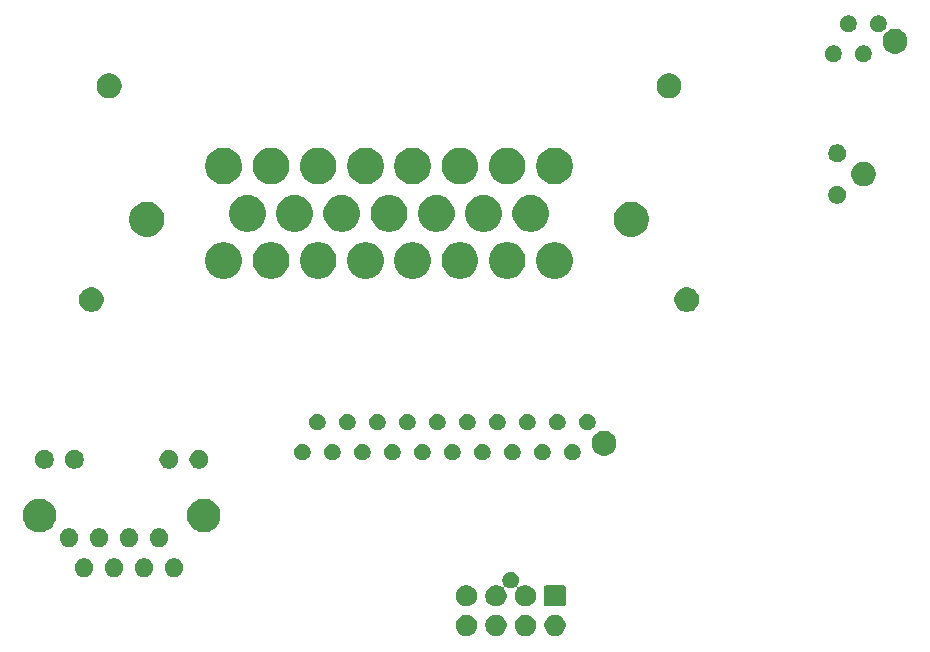
<source format=gbs>
G04 #@! TF.GenerationSoftware,KiCad,Pcbnew,5.0.2-bee76a0~70~ubuntu18.04.1*
G04 #@! TF.CreationDate,2019-02-09T12:58:29-05:00*
G04 #@! TF.ProjectId,interface,696e7465-7266-4616-9365-2e6b69636164,rev?*
G04 #@! TF.SameCoordinates,Original*
G04 #@! TF.FileFunction,Soldermask,Bot*
G04 #@! TF.FilePolarity,Negative*
%FSLAX46Y46*%
G04 Gerber Fmt 4.6, Leading zero omitted, Abs format (unit mm)*
G04 Created by KiCad (PCBNEW 5.0.2-bee76a0~70~ubuntu18.04.1) date Sat 09 Feb 2019 12:58:29 PM EST*
%MOMM*%
%LPD*%
G01*
G04 APERTURE LIST*
%ADD10C,0.076200*%
G04 APERTURE END LIST*
D10*
G36*
X58174812Y-121394624D02*
X58338784Y-121462544D01*
X58486354Y-121561147D01*
X58611853Y-121686646D01*
X58710456Y-121834216D01*
X58778376Y-121998188D01*
X58813000Y-122172259D01*
X58813000Y-122349741D01*
X58778376Y-122523812D01*
X58710456Y-122687784D01*
X58611853Y-122835354D01*
X58486354Y-122960853D01*
X58338784Y-123059456D01*
X58174812Y-123127376D01*
X58000741Y-123162000D01*
X57823259Y-123162000D01*
X57649188Y-123127376D01*
X57485216Y-123059456D01*
X57337646Y-122960853D01*
X57212147Y-122835354D01*
X57113544Y-122687784D01*
X57045624Y-122523812D01*
X57011000Y-122349741D01*
X57011000Y-122172259D01*
X57045624Y-121998188D01*
X57113544Y-121834216D01*
X57212147Y-121686646D01*
X57337646Y-121561147D01*
X57485216Y-121462544D01*
X57649188Y-121394624D01*
X57823259Y-121360000D01*
X58000741Y-121360000D01*
X58174812Y-121394624D01*
X58174812Y-121394624D01*
G37*
G36*
X60674812Y-121394624D02*
X60838784Y-121462544D01*
X60986354Y-121561147D01*
X61111853Y-121686646D01*
X61210456Y-121834216D01*
X61278376Y-121998188D01*
X61313000Y-122172259D01*
X61313000Y-122349741D01*
X61278376Y-122523812D01*
X61210456Y-122687784D01*
X61111853Y-122835354D01*
X60986354Y-122960853D01*
X60838784Y-123059456D01*
X60674812Y-123127376D01*
X60500741Y-123162000D01*
X60323259Y-123162000D01*
X60149188Y-123127376D01*
X59985216Y-123059456D01*
X59837646Y-122960853D01*
X59712147Y-122835354D01*
X59613544Y-122687784D01*
X59545624Y-122523812D01*
X59511000Y-122349741D01*
X59511000Y-122172259D01*
X59545624Y-121998188D01*
X59613544Y-121834216D01*
X59712147Y-121686646D01*
X59837646Y-121561147D01*
X59985216Y-121462544D01*
X60149188Y-121394624D01*
X60323259Y-121360000D01*
X60500741Y-121360000D01*
X60674812Y-121394624D01*
X60674812Y-121394624D01*
G37*
G36*
X63174812Y-121394624D02*
X63338784Y-121462544D01*
X63486354Y-121561147D01*
X63611853Y-121686646D01*
X63710456Y-121834216D01*
X63778376Y-121998188D01*
X63813000Y-122172259D01*
X63813000Y-122349741D01*
X63778376Y-122523812D01*
X63710456Y-122687784D01*
X63611853Y-122835354D01*
X63486354Y-122960853D01*
X63338784Y-123059456D01*
X63174812Y-123127376D01*
X63000741Y-123162000D01*
X62823259Y-123162000D01*
X62649188Y-123127376D01*
X62485216Y-123059456D01*
X62337646Y-122960853D01*
X62212147Y-122835354D01*
X62113544Y-122687784D01*
X62045624Y-122523812D01*
X62011000Y-122349741D01*
X62011000Y-122172259D01*
X62045624Y-121998188D01*
X62113544Y-121834216D01*
X62212147Y-121686646D01*
X62337646Y-121561147D01*
X62485216Y-121462544D01*
X62649188Y-121394624D01*
X62823259Y-121360000D01*
X63000741Y-121360000D01*
X63174812Y-121394624D01*
X63174812Y-121394624D01*
G37*
G36*
X55674812Y-121394624D02*
X55838784Y-121462544D01*
X55986354Y-121561147D01*
X56111853Y-121686646D01*
X56210456Y-121834216D01*
X56278376Y-121998188D01*
X56313000Y-122172259D01*
X56313000Y-122349741D01*
X56278376Y-122523812D01*
X56210456Y-122687784D01*
X56111853Y-122835354D01*
X55986354Y-122960853D01*
X55838784Y-123059456D01*
X55674812Y-123127376D01*
X55500741Y-123162000D01*
X55323259Y-123162000D01*
X55149188Y-123127376D01*
X54985216Y-123059456D01*
X54837646Y-122960853D01*
X54712147Y-122835354D01*
X54613544Y-122687784D01*
X54545624Y-122523812D01*
X54511000Y-122349741D01*
X54511000Y-122172259D01*
X54545624Y-121998188D01*
X54613544Y-121834216D01*
X54712147Y-121686646D01*
X54837646Y-121561147D01*
X54985216Y-121462544D01*
X55149188Y-121394624D01*
X55323259Y-121360000D01*
X55500741Y-121360000D01*
X55674812Y-121394624D01*
X55674812Y-121394624D01*
G37*
G36*
X63670600Y-118863989D02*
X63703649Y-118874014D01*
X63734106Y-118890294D01*
X63760799Y-118912201D01*
X63782706Y-118938894D01*
X63798986Y-118969351D01*
X63809011Y-119002400D01*
X63813000Y-119042904D01*
X63813000Y-120479096D01*
X63809011Y-120519600D01*
X63798986Y-120552649D01*
X63782706Y-120583106D01*
X63760799Y-120609799D01*
X63734106Y-120631706D01*
X63703649Y-120647986D01*
X63670600Y-120658011D01*
X63630096Y-120662000D01*
X62193904Y-120662000D01*
X62153400Y-120658011D01*
X62120351Y-120647986D01*
X62089894Y-120631706D01*
X62063201Y-120609799D01*
X62041294Y-120583106D01*
X62025014Y-120552649D01*
X62014989Y-120519600D01*
X62011000Y-120479096D01*
X62011000Y-119042904D01*
X62014989Y-119002400D01*
X62025014Y-118969351D01*
X62041294Y-118938894D01*
X62063201Y-118912201D01*
X62089894Y-118890294D01*
X62120351Y-118874014D01*
X62153400Y-118863989D01*
X62193904Y-118860000D01*
X63630096Y-118860000D01*
X63670600Y-118863989D01*
X63670600Y-118863989D01*
G37*
G36*
X55674812Y-118894624D02*
X55838784Y-118962544D01*
X55986354Y-119061147D01*
X56111853Y-119186646D01*
X56210456Y-119334216D01*
X56278376Y-119498188D01*
X56313000Y-119672259D01*
X56313000Y-119849741D01*
X56278376Y-120023812D01*
X56210456Y-120187784D01*
X56111853Y-120335354D01*
X55986354Y-120460853D01*
X55838784Y-120559456D01*
X55674812Y-120627376D01*
X55500741Y-120662000D01*
X55323259Y-120662000D01*
X55149188Y-120627376D01*
X54985216Y-120559456D01*
X54837646Y-120460853D01*
X54712147Y-120335354D01*
X54613544Y-120187784D01*
X54545624Y-120023812D01*
X54511000Y-119849741D01*
X54511000Y-119672259D01*
X54545624Y-119498188D01*
X54613544Y-119334216D01*
X54712147Y-119186646D01*
X54837646Y-119061147D01*
X54985216Y-118962544D01*
X55149188Y-118894624D01*
X55323259Y-118860000D01*
X55500741Y-118860000D01*
X55674812Y-118894624D01*
X55674812Y-118894624D01*
G37*
G36*
X59366472Y-117746938D02*
X59494049Y-117799782D01*
X59608865Y-117876500D01*
X59706500Y-117974135D01*
X59783218Y-118088951D01*
X59836062Y-118216528D01*
X59863000Y-118351956D01*
X59863000Y-118490044D01*
X59836062Y-118625472D01*
X59783218Y-118753049D01*
X59716540Y-118852840D01*
X59704989Y-118874451D01*
X59697876Y-118897900D01*
X59695474Y-118922286D01*
X59697876Y-118946673D01*
X59704989Y-118970122D01*
X59716540Y-118991733D01*
X59732086Y-119010675D01*
X59751028Y-119026220D01*
X59772639Y-119037771D01*
X59796088Y-119044884D01*
X59820474Y-119047286D01*
X59844861Y-119044884D01*
X59868310Y-119037771D01*
X59889910Y-119026225D01*
X59985216Y-118962544D01*
X60149188Y-118894624D01*
X60323259Y-118860000D01*
X60500741Y-118860000D01*
X60674812Y-118894624D01*
X60838784Y-118962544D01*
X60986354Y-119061147D01*
X61111853Y-119186646D01*
X61210456Y-119334216D01*
X61278376Y-119498188D01*
X61313000Y-119672259D01*
X61313000Y-119849741D01*
X61278376Y-120023812D01*
X61210456Y-120187784D01*
X61111853Y-120335354D01*
X60986354Y-120460853D01*
X60838784Y-120559456D01*
X60674812Y-120627376D01*
X60500741Y-120662000D01*
X60323259Y-120662000D01*
X60149188Y-120627376D01*
X59985216Y-120559456D01*
X59837646Y-120460853D01*
X59712147Y-120335354D01*
X59613544Y-120187784D01*
X59545624Y-120023812D01*
X59511000Y-119849741D01*
X59511000Y-119672259D01*
X59545624Y-119498188D01*
X59613544Y-119334216D01*
X59712147Y-119186646D01*
X59712151Y-119186642D01*
X59713269Y-119184969D01*
X59724820Y-119163359D01*
X59731933Y-119139909D01*
X59734335Y-119115523D01*
X59731933Y-119091137D01*
X59724820Y-119067688D01*
X59713269Y-119046077D01*
X59697723Y-119027135D01*
X59678781Y-119011589D01*
X59657171Y-119000038D01*
X59633721Y-118992925D01*
X59609335Y-118990523D01*
X59584949Y-118992925D01*
X59561500Y-119000038D01*
X59539889Y-119011589D01*
X59494049Y-119042218D01*
X59366472Y-119095062D01*
X59231044Y-119122000D01*
X59092956Y-119122000D01*
X58957528Y-119095062D01*
X58829951Y-119042218D01*
X58784111Y-119011589D01*
X58762500Y-119000038D01*
X58739051Y-118992925D01*
X58714664Y-118990523D01*
X58690278Y-118992925D01*
X58666829Y-119000038D01*
X58645218Y-119011590D01*
X58626276Y-119027135D01*
X58610731Y-119046077D01*
X58599180Y-119067688D01*
X58592067Y-119091137D01*
X58589665Y-119115524D01*
X58592067Y-119139910D01*
X58599180Y-119163359D01*
X58610731Y-119184969D01*
X58611849Y-119186642D01*
X58611853Y-119186646D01*
X58710456Y-119334216D01*
X58778376Y-119498188D01*
X58813000Y-119672259D01*
X58813000Y-119849741D01*
X58778376Y-120023812D01*
X58710456Y-120187784D01*
X58611853Y-120335354D01*
X58486354Y-120460853D01*
X58338784Y-120559456D01*
X58174812Y-120627376D01*
X58000741Y-120662000D01*
X57823259Y-120662000D01*
X57649188Y-120627376D01*
X57485216Y-120559456D01*
X57337646Y-120460853D01*
X57212147Y-120335354D01*
X57113544Y-120187784D01*
X57045624Y-120023812D01*
X57011000Y-119849741D01*
X57011000Y-119672259D01*
X57045624Y-119498188D01*
X57113544Y-119334216D01*
X57212147Y-119186646D01*
X57337646Y-119061147D01*
X57485216Y-118962544D01*
X57649188Y-118894624D01*
X57823259Y-118860000D01*
X58000741Y-118860000D01*
X58174812Y-118894624D01*
X58338784Y-118962544D01*
X58434090Y-119026225D01*
X58455690Y-119037771D01*
X58479140Y-119044884D01*
X58503526Y-119047286D01*
X58527912Y-119044884D01*
X58551361Y-119037771D01*
X58572972Y-119026220D01*
X58591914Y-119010674D01*
X58607460Y-118991732D01*
X58619011Y-118970122D01*
X58626124Y-118946672D01*
X58628526Y-118922286D01*
X58626124Y-118897900D01*
X58619011Y-118874451D01*
X58607460Y-118852840D01*
X58540782Y-118753049D01*
X58487938Y-118625472D01*
X58461000Y-118490044D01*
X58461000Y-118351956D01*
X58487938Y-118216528D01*
X58540782Y-118088951D01*
X58617500Y-117974135D01*
X58715135Y-117876500D01*
X58829951Y-117799782D01*
X58957528Y-117746938D01*
X59092956Y-117720000D01*
X59231044Y-117720000D01*
X59366472Y-117746938D01*
X59366472Y-117746938D01*
G37*
G36*
X30889643Y-116603781D02*
X31035415Y-116664162D01*
X31166611Y-116751824D01*
X31278176Y-116863389D01*
X31365838Y-116994585D01*
X31426219Y-117140357D01*
X31457000Y-117295107D01*
X31457000Y-117452893D01*
X31426219Y-117607643D01*
X31365838Y-117753415D01*
X31278176Y-117884611D01*
X31166611Y-117996176D01*
X31035415Y-118083838D01*
X30889643Y-118144219D01*
X30734893Y-118175000D01*
X30577107Y-118175000D01*
X30422357Y-118144219D01*
X30276585Y-118083838D01*
X30145389Y-117996176D01*
X30033824Y-117884611D01*
X29946162Y-117753415D01*
X29885781Y-117607643D01*
X29855000Y-117452893D01*
X29855000Y-117295107D01*
X29885781Y-117140357D01*
X29946162Y-116994585D01*
X30033824Y-116863389D01*
X30145389Y-116751824D01*
X30276585Y-116664162D01*
X30422357Y-116603781D01*
X30577107Y-116573000D01*
X30734893Y-116573000D01*
X30889643Y-116603781D01*
X30889643Y-116603781D01*
G37*
G36*
X28349643Y-116603781D02*
X28495415Y-116664162D01*
X28626611Y-116751824D01*
X28738176Y-116863389D01*
X28825838Y-116994585D01*
X28886219Y-117140357D01*
X28917000Y-117295107D01*
X28917000Y-117452893D01*
X28886219Y-117607643D01*
X28825838Y-117753415D01*
X28738176Y-117884611D01*
X28626611Y-117996176D01*
X28495415Y-118083838D01*
X28349643Y-118144219D01*
X28194893Y-118175000D01*
X28037107Y-118175000D01*
X27882357Y-118144219D01*
X27736585Y-118083838D01*
X27605389Y-117996176D01*
X27493824Y-117884611D01*
X27406162Y-117753415D01*
X27345781Y-117607643D01*
X27315000Y-117452893D01*
X27315000Y-117295107D01*
X27345781Y-117140357D01*
X27406162Y-116994585D01*
X27493824Y-116863389D01*
X27605389Y-116751824D01*
X27736585Y-116664162D01*
X27882357Y-116603781D01*
X28037107Y-116573000D01*
X28194893Y-116573000D01*
X28349643Y-116603781D01*
X28349643Y-116603781D01*
G37*
G36*
X23269643Y-116603781D02*
X23415415Y-116664162D01*
X23546611Y-116751824D01*
X23658176Y-116863389D01*
X23745838Y-116994585D01*
X23806219Y-117140357D01*
X23837000Y-117295107D01*
X23837000Y-117452893D01*
X23806219Y-117607643D01*
X23745838Y-117753415D01*
X23658176Y-117884611D01*
X23546611Y-117996176D01*
X23415415Y-118083838D01*
X23269643Y-118144219D01*
X23114893Y-118175000D01*
X22957107Y-118175000D01*
X22802357Y-118144219D01*
X22656585Y-118083838D01*
X22525389Y-117996176D01*
X22413824Y-117884611D01*
X22326162Y-117753415D01*
X22265781Y-117607643D01*
X22235000Y-117452893D01*
X22235000Y-117295107D01*
X22265781Y-117140357D01*
X22326162Y-116994585D01*
X22413824Y-116863389D01*
X22525389Y-116751824D01*
X22656585Y-116664162D01*
X22802357Y-116603781D01*
X22957107Y-116573000D01*
X23114893Y-116573000D01*
X23269643Y-116603781D01*
X23269643Y-116603781D01*
G37*
G36*
X25809643Y-116603781D02*
X25955415Y-116664162D01*
X26086611Y-116751824D01*
X26198176Y-116863389D01*
X26285838Y-116994585D01*
X26346219Y-117140357D01*
X26377000Y-117295107D01*
X26377000Y-117452893D01*
X26346219Y-117607643D01*
X26285838Y-117753415D01*
X26198176Y-117884611D01*
X26086611Y-117996176D01*
X25955415Y-118083838D01*
X25809643Y-118144219D01*
X25654893Y-118175000D01*
X25497107Y-118175000D01*
X25342357Y-118144219D01*
X25196585Y-118083838D01*
X25065389Y-117996176D01*
X24953824Y-117884611D01*
X24866162Y-117753415D01*
X24805781Y-117607643D01*
X24775000Y-117452893D01*
X24775000Y-117295107D01*
X24805781Y-117140357D01*
X24866162Y-116994585D01*
X24953824Y-116863389D01*
X25065389Y-116751824D01*
X25196585Y-116664162D01*
X25342357Y-116603781D01*
X25497107Y-116573000D01*
X25654893Y-116573000D01*
X25809643Y-116603781D01*
X25809643Y-116603781D01*
G37*
G36*
X27079643Y-114063781D02*
X27225415Y-114124162D01*
X27356611Y-114211824D01*
X27468176Y-114323389D01*
X27555838Y-114454585D01*
X27616219Y-114600357D01*
X27647000Y-114755107D01*
X27647000Y-114912893D01*
X27616219Y-115067643D01*
X27555838Y-115213415D01*
X27468176Y-115344611D01*
X27356611Y-115456176D01*
X27225415Y-115543838D01*
X27079643Y-115604219D01*
X26924893Y-115635000D01*
X26767107Y-115635000D01*
X26612357Y-115604219D01*
X26466585Y-115543838D01*
X26335389Y-115456176D01*
X26223824Y-115344611D01*
X26136162Y-115213415D01*
X26075781Y-115067643D01*
X26045000Y-114912893D01*
X26045000Y-114755107D01*
X26075781Y-114600357D01*
X26136162Y-114454585D01*
X26223824Y-114323389D01*
X26335389Y-114211824D01*
X26466585Y-114124162D01*
X26612357Y-114063781D01*
X26767107Y-114033000D01*
X26924893Y-114033000D01*
X27079643Y-114063781D01*
X27079643Y-114063781D01*
G37*
G36*
X21999643Y-114063781D02*
X22145415Y-114124162D01*
X22276611Y-114211824D01*
X22388176Y-114323389D01*
X22475838Y-114454585D01*
X22536219Y-114600357D01*
X22567000Y-114755107D01*
X22567000Y-114912893D01*
X22536219Y-115067643D01*
X22475838Y-115213415D01*
X22388176Y-115344611D01*
X22276611Y-115456176D01*
X22145415Y-115543838D01*
X21999643Y-115604219D01*
X21844893Y-115635000D01*
X21687107Y-115635000D01*
X21532357Y-115604219D01*
X21386585Y-115543838D01*
X21255389Y-115456176D01*
X21143824Y-115344611D01*
X21056162Y-115213415D01*
X20995781Y-115067643D01*
X20965000Y-114912893D01*
X20965000Y-114755107D01*
X20995781Y-114600357D01*
X21056162Y-114454585D01*
X21143824Y-114323389D01*
X21255389Y-114211824D01*
X21386585Y-114124162D01*
X21532357Y-114063781D01*
X21687107Y-114033000D01*
X21844893Y-114033000D01*
X21999643Y-114063781D01*
X21999643Y-114063781D01*
G37*
G36*
X24539643Y-114063781D02*
X24685415Y-114124162D01*
X24816611Y-114211824D01*
X24928176Y-114323389D01*
X25015838Y-114454585D01*
X25076219Y-114600357D01*
X25107000Y-114755107D01*
X25107000Y-114912893D01*
X25076219Y-115067643D01*
X25015838Y-115213415D01*
X24928176Y-115344611D01*
X24816611Y-115456176D01*
X24685415Y-115543838D01*
X24539643Y-115604219D01*
X24384893Y-115635000D01*
X24227107Y-115635000D01*
X24072357Y-115604219D01*
X23926585Y-115543838D01*
X23795389Y-115456176D01*
X23683824Y-115344611D01*
X23596162Y-115213415D01*
X23535781Y-115067643D01*
X23505000Y-114912893D01*
X23505000Y-114755107D01*
X23535781Y-114600357D01*
X23596162Y-114454585D01*
X23683824Y-114323389D01*
X23795389Y-114211824D01*
X23926585Y-114124162D01*
X24072357Y-114063781D01*
X24227107Y-114033000D01*
X24384893Y-114033000D01*
X24539643Y-114063781D01*
X24539643Y-114063781D01*
G37*
G36*
X29619643Y-114063781D02*
X29765415Y-114124162D01*
X29896611Y-114211824D01*
X30008176Y-114323389D01*
X30095838Y-114454585D01*
X30156219Y-114600357D01*
X30187000Y-114755107D01*
X30187000Y-114912893D01*
X30156219Y-115067643D01*
X30095838Y-115213415D01*
X30008176Y-115344611D01*
X29896611Y-115456176D01*
X29765415Y-115543838D01*
X29619643Y-115604219D01*
X29464893Y-115635000D01*
X29307107Y-115635000D01*
X29152357Y-115604219D01*
X29006585Y-115543838D01*
X28875389Y-115456176D01*
X28763824Y-115344611D01*
X28676162Y-115213415D01*
X28615781Y-115067643D01*
X28585000Y-114912893D01*
X28585000Y-114755107D01*
X28615781Y-114600357D01*
X28676162Y-114454585D01*
X28763824Y-114323389D01*
X28875389Y-114211824D01*
X29006585Y-114124162D01*
X29152357Y-114063781D01*
X29307107Y-114033000D01*
X29464893Y-114033000D01*
X29619643Y-114063781D01*
X29619643Y-114063781D01*
G37*
G36*
X19681949Y-111582800D02*
X19941463Y-111690294D01*
X20175025Y-111846355D01*
X20373645Y-112044975D01*
X20529706Y-112278537D01*
X20637200Y-112538051D01*
X20692000Y-112813550D01*
X20692000Y-113094450D01*
X20637200Y-113369949D01*
X20529706Y-113629463D01*
X20373645Y-113863025D01*
X20175025Y-114061645D01*
X19941463Y-114217706D01*
X19681949Y-114325200D01*
X19406450Y-114380000D01*
X19125550Y-114380000D01*
X18850051Y-114325200D01*
X18590537Y-114217706D01*
X18356975Y-114061645D01*
X18158355Y-113863025D01*
X18002294Y-113629463D01*
X17894800Y-113369949D01*
X17840000Y-113094450D01*
X17840000Y-112813550D01*
X17894800Y-112538051D01*
X18002294Y-112278537D01*
X18158355Y-112044975D01*
X18356975Y-111846355D01*
X18590537Y-111690294D01*
X18850051Y-111582800D01*
X19125550Y-111528000D01*
X19406450Y-111528000D01*
X19681949Y-111582800D01*
X19681949Y-111582800D01*
G37*
G36*
X33581949Y-111582800D02*
X33841463Y-111690294D01*
X34075025Y-111846355D01*
X34273645Y-112044975D01*
X34429706Y-112278537D01*
X34537200Y-112538051D01*
X34592000Y-112813550D01*
X34592000Y-113094450D01*
X34537200Y-113369949D01*
X34429706Y-113629463D01*
X34273645Y-113863025D01*
X34075025Y-114061645D01*
X33841463Y-114217706D01*
X33581949Y-114325200D01*
X33306450Y-114380000D01*
X33025550Y-114380000D01*
X32750051Y-114325200D01*
X32490537Y-114217706D01*
X32256975Y-114061645D01*
X32058355Y-113863025D01*
X31902294Y-113629463D01*
X31794800Y-113369949D01*
X31740000Y-113094450D01*
X31740000Y-112813550D01*
X31794800Y-112538051D01*
X31902294Y-112278537D01*
X32058355Y-112044975D01*
X32256975Y-111846355D01*
X32490537Y-111690294D01*
X32750051Y-111582800D01*
X33025550Y-111528000D01*
X33306450Y-111528000D01*
X33581949Y-111582800D01*
X33581949Y-111582800D01*
G37*
G36*
X19899643Y-107433781D02*
X20045415Y-107494162D01*
X20176611Y-107581824D01*
X20288176Y-107693389D01*
X20375838Y-107824585D01*
X20436219Y-107970357D01*
X20467000Y-108125107D01*
X20467000Y-108282893D01*
X20436219Y-108437643D01*
X20375838Y-108583415D01*
X20288176Y-108714611D01*
X20176611Y-108826176D01*
X20045415Y-108913838D01*
X19899643Y-108974219D01*
X19744893Y-109005000D01*
X19587107Y-109005000D01*
X19432357Y-108974219D01*
X19286585Y-108913838D01*
X19155389Y-108826176D01*
X19043824Y-108714611D01*
X18956162Y-108583415D01*
X18895781Y-108437643D01*
X18865000Y-108282893D01*
X18865000Y-108125107D01*
X18895781Y-107970357D01*
X18956162Y-107824585D01*
X19043824Y-107693389D01*
X19155389Y-107581824D01*
X19286585Y-107494162D01*
X19432357Y-107433781D01*
X19587107Y-107403000D01*
X19744893Y-107403000D01*
X19899643Y-107433781D01*
X19899643Y-107433781D01*
G37*
G36*
X30459643Y-107433781D02*
X30605415Y-107494162D01*
X30736611Y-107581824D01*
X30848176Y-107693389D01*
X30935838Y-107824585D01*
X30996219Y-107970357D01*
X31027000Y-108125107D01*
X31027000Y-108282893D01*
X30996219Y-108437643D01*
X30935838Y-108583415D01*
X30848176Y-108714611D01*
X30736611Y-108826176D01*
X30605415Y-108913838D01*
X30459643Y-108974219D01*
X30304893Y-109005000D01*
X30147107Y-109005000D01*
X29992357Y-108974219D01*
X29846585Y-108913838D01*
X29715389Y-108826176D01*
X29603824Y-108714611D01*
X29516162Y-108583415D01*
X29455781Y-108437643D01*
X29425000Y-108282893D01*
X29425000Y-108125107D01*
X29455781Y-107970357D01*
X29516162Y-107824585D01*
X29603824Y-107693389D01*
X29715389Y-107581824D01*
X29846585Y-107494162D01*
X29992357Y-107433781D01*
X30147107Y-107403000D01*
X30304893Y-107403000D01*
X30459643Y-107433781D01*
X30459643Y-107433781D01*
G37*
G36*
X32999643Y-107433781D02*
X33145415Y-107494162D01*
X33276611Y-107581824D01*
X33388176Y-107693389D01*
X33475838Y-107824585D01*
X33536219Y-107970357D01*
X33567000Y-108125107D01*
X33567000Y-108282893D01*
X33536219Y-108437643D01*
X33475838Y-108583415D01*
X33388176Y-108714611D01*
X33276611Y-108826176D01*
X33145415Y-108913838D01*
X32999643Y-108974219D01*
X32844893Y-109005000D01*
X32687107Y-109005000D01*
X32532357Y-108974219D01*
X32386585Y-108913838D01*
X32255389Y-108826176D01*
X32143824Y-108714611D01*
X32056162Y-108583415D01*
X31995781Y-108437643D01*
X31965000Y-108282893D01*
X31965000Y-108125107D01*
X31995781Y-107970357D01*
X32056162Y-107824585D01*
X32143824Y-107693389D01*
X32255389Y-107581824D01*
X32386585Y-107494162D01*
X32532357Y-107433781D01*
X32687107Y-107403000D01*
X32844893Y-107403000D01*
X32999643Y-107433781D01*
X32999643Y-107433781D01*
G37*
G36*
X22439643Y-107433781D02*
X22585415Y-107494162D01*
X22716611Y-107581824D01*
X22828176Y-107693389D01*
X22915838Y-107824585D01*
X22976219Y-107970357D01*
X23007000Y-108125107D01*
X23007000Y-108282893D01*
X22976219Y-108437643D01*
X22915838Y-108583415D01*
X22828176Y-108714611D01*
X22716611Y-108826176D01*
X22585415Y-108913838D01*
X22439643Y-108974219D01*
X22284893Y-109005000D01*
X22127107Y-109005000D01*
X21972357Y-108974219D01*
X21826585Y-108913838D01*
X21695389Y-108826176D01*
X21583824Y-108714611D01*
X21496162Y-108583415D01*
X21435781Y-108437643D01*
X21405000Y-108282893D01*
X21405000Y-108125107D01*
X21435781Y-107970357D01*
X21496162Y-107824585D01*
X21583824Y-107693389D01*
X21695389Y-107581824D01*
X21826585Y-107494162D01*
X21972357Y-107433781D01*
X22127107Y-107403000D01*
X22284893Y-107403000D01*
X22439643Y-107433781D01*
X22439643Y-107433781D01*
G37*
G36*
X46813472Y-106914438D02*
X46941049Y-106967282D01*
X47055865Y-107044000D01*
X47153500Y-107141635D01*
X47230218Y-107256451D01*
X47283062Y-107384028D01*
X47310000Y-107519456D01*
X47310000Y-107657544D01*
X47283062Y-107792972D01*
X47230218Y-107920549D01*
X47153500Y-108035365D01*
X47055865Y-108133000D01*
X46941049Y-108209718D01*
X46813472Y-108262562D01*
X46678044Y-108289500D01*
X46539956Y-108289500D01*
X46404528Y-108262562D01*
X46276951Y-108209718D01*
X46162135Y-108133000D01*
X46064500Y-108035365D01*
X45987782Y-107920549D01*
X45934938Y-107792972D01*
X45908000Y-107657544D01*
X45908000Y-107519456D01*
X45934938Y-107384028D01*
X45987782Y-107256451D01*
X46064500Y-107141635D01*
X46162135Y-107044000D01*
X46276951Y-106967282D01*
X46404528Y-106914438D01*
X46539956Y-106887500D01*
X46678044Y-106887500D01*
X46813472Y-106914438D01*
X46813472Y-106914438D01*
G37*
G36*
X41733472Y-106914438D02*
X41861049Y-106967282D01*
X41975865Y-107044000D01*
X42073500Y-107141635D01*
X42150218Y-107256451D01*
X42203062Y-107384028D01*
X42230000Y-107519456D01*
X42230000Y-107657544D01*
X42203062Y-107792972D01*
X42150218Y-107920549D01*
X42073500Y-108035365D01*
X41975865Y-108133000D01*
X41861049Y-108209718D01*
X41733472Y-108262562D01*
X41598044Y-108289500D01*
X41459956Y-108289500D01*
X41324528Y-108262562D01*
X41196951Y-108209718D01*
X41082135Y-108133000D01*
X40984500Y-108035365D01*
X40907782Y-107920549D01*
X40854938Y-107792972D01*
X40828000Y-107657544D01*
X40828000Y-107519456D01*
X40854938Y-107384028D01*
X40907782Y-107256451D01*
X40984500Y-107141635D01*
X41082135Y-107044000D01*
X41196951Y-106967282D01*
X41324528Y-106914438D01*
X41459956Y-106887500D01*
X41598044Y-106887500D01*
X41733472Y-106914438D01*
X41733472Y-106914438D01*
G37*
G36*
X44273472Y-106914438D02*
X44401049Y-106967282D01*
X44515865Y-107044000D01*
X44613500Y-107141635D01*
X44690218Y-107256451D01*
X44743062Y-107384028D01*
X44770000Y-107519456D01*
X44770000Y-107657544D01*
X44743062Y-107792972D01*
X44690218Y-107920549D01*
X44613500Y-108035365D01*
X44515865Y-108133000D01*
X44401049Y-108209718D01*
X44273472Y-108262562D01*
X44138044Y-108289500D01*
X43999956Y-108289500D01*
X43864528Y-108262562D01*
X43736951Y-108209718D01*
X43622135Y-108133000D01*
X43524500Y-108035365D01*
X43447782Y-107920549D01*
X43394938Y-107792972D01*
X43368000Y-107657544D01*
X43368000Y-107519456D01*
X43394938Y-107384028D01*
X43447782Y-107256451D01*
X43524500Y-107141635D01*
X43622135Y-107044000D01*
X43736951Y-106967282D01*
X43864528Y-106914438D01*
X43999956Y-106887500D01*
X44138044Y-106887500D01*
X44273472Y-106914438D01*
X44273472Y-106914438D01*
G37*
G36*
X51893472Y-106914438D02*
X52021049Y-106967282D01*
X52135865Y-107044000D01*
X52233500Y-107141635D01*
X52310218Y-107256451D01*
X52363062Y-107384028D01*
X52390000Y-107519456D01*
X52390000Y-107657544D01*
X52363062Y-107792972D01*
X52310218Y-107920549D01*
X52233500Y-108035365D01*
X52135865Y-108133000D01*
X52021049Y-108209718D01*
X51893472Y-108262562D01*
X51758044Y-108289500D01*
X51619956Y-108289500D01*
X51484528Y-108262562D01*
X51356951Y-108209718D01*
X51242135Y-108133000D01*
X51144500Y-108035365D01*
X51067782Y-107920549D01*
X51014938Y-107792972D01*
X50988000Y-107657544D01*
X50988000Y-107519456D01*
X51014938Y-107384028D01*
X51067782Y-107256451D01*
X51144500Y-107141635D01*
X51242135Y-107044000D01*
X51356951Y-106967282D01*
X51484528Y-106914438D01*
X51619956Y-106887500D01*
X51758044Y-106887500D01*
X51893472Y-106914438D01*
X51893472Y-106914438D01*
G37*
G36*
X54433472Y-106914438D02*
X54561049Y-106967282D01*
X54675865Y-107044000D01*
X54773500Y-107141635D01*
X54850218Y-107256451D01*
X54903062Y-107384028D01*
X54930000Y-107519456D01*
X54930000Y-107657544D01*
X54903062Y-107792972D01*
X54850218Y-107920549D01*
X54773500Y-108035365D01*
X54675865Y-108133000D01*
X54561049Y-108209718D01*
X54433472Y-108262562D01*
X54298044Y-108289500D01*
X54159956Y-108289500D01*
X54024528Y-108262562D01*
X53896951Y-108209718D01*
X53782135Y-108133000D01*
X53684500Y-108035365D01*
X53607782Y-107920549D01*
X53554938Y-107792972D01*
X53528000Y-107657544D01*
X53528000Y-107519456D01*
X53554938Y-107384028D01*
X53607782Y-107256451D01*
X53684500Y-107141635D01*
X53782135Y-107044000D01*
X53896951Y-106967282D01*
X54024528Y-106914438D01*
X54159956Y-106887500D01*
X54298044Y-106887500D01*
X54433472Y-106914438D01*
X54433472Y-106914438D01*
G37*
G36*
X56973472Y-106914438D02*
X57101049Y-106967282D01*
X57215865Y-107044000D01*
X57313500Y-107141635D01*
X57390218Y-107256451D01*
X57443062Y-107384028D01*
X57470000Y-107519456D01*
X57470000Y-107657544D01*
X57443062Y-107792972D01*
X57390218Y-107920549D01*
X57313500Y-108035365D01*
X57215865Y-108133000D01*
X57101049Y-108209718D01*
X56973472Y-108262562D01*
X56838044Y-108289500D01*
X56699956Y-108289500D01*
X56564528Y-108262562D01*
X56436951Y-108209718D01*
X56322135Y-108133000D01*
X56224500Y-108035365D01*
X56147782Y-107920549D01*
X56094938Y-107792972D01*
X56068000Y-107657544D01*
X56068000Y-107519456D01*
X56094938Y-107384028D01*
X56147782Y-107256451D01*
X56224500Y-107141635D01*
X56322135Y-107044000D01*
X56436951Y-106967282D01*
X56564528Y-106914438D01*
X56699956Y-106887500D01*
X56838044Y-106887500D01*
X56973472Y-106914438D01*
X56973472Y-106914438D01*
G37*
G36*
X59513472Y-106914438D02*
X59641049Y-106967282D01*
X59755865Y-107044000D01*
X59853500Y-107141635D01*
X59930218Y-107256451D01*
X59983062Y-107384028D01*
X60010000Y-107519456D01*
X60010000Y-107657544D01*
X59983062Y-107792972D01*
X59930218Y-107920549D01*
X59853500Y-108035365D01*
X59755865Y-108133000D01*
X59641049Y-108209718D01*
X59513472Y-108262562D01*
X59378044Y-108289500D01*
X59239956Y-108289500D01*
X59104528Y-108262562D01*
X58976951Y-108209718D01*
X58862135Y-108133000D01*
X58764500Y-108035365D01*
X58687782Y-107920549D01*
X58634938Y-107792972D01*
X58608000Y-107657544D01*
X58608000Y-107519456D01*
X58634938Y-107384028D01*
X58687782Y-107256451D01*
X58764500Y-107141635D01*
X58862135Y-107044000D01*
X58976951Y-106967282D01*
X59104528Y-106914438D01*
X59239956Y-106887500D01*
X59378044Y-106887500D01*
X59513472Y-106914438D01*
X59513472Y-106914438D01*
G37*
G36*
X62053472Y-106914438D02*
X62181049Y-106967282D01*
X62295865Y-107044000D01*
X62393500Y-107141635D01*
X62470218Y-107256451D01*
X62523062Y-107384028D01*
X62550000Y-107519456D01*
X62550000Y-107657544D01*
X62523062Y-107792972D01*
X62470218Y-107920549D01*
X62393500Y-108035365D01*
X62295865Y-108133000D01*
X62181049Y-108209718D01*
X62053472Y-108262562D01*
X61918044Y-108289500D01*
X61779956Y-108289500D01*
X61644528Y-108262562D01*
X61516951Y-108209718D01*
X61402135Y-108133000D01*
X61304500Y-108035365D01*
X61227782Y-107920549D01*
X61174938Y-107792972D01*
X61148000Y-107657544D01*
X61148000Y-107519456D01*
X61174938Y-107384028D01*
X61227782Y-107256451D01*
X61304500Y-107141635D01*
X61402135Y-107044000D01*
X61516951Y-106967282D01*
X61644528Y-106914438D01*
X61779956Y-106887500D01*
X61918044Y-106887500D01*
X62053472Y-106914438D01*
X62053472Y-106914438D01*
G37*
G36*
X64593472Y-106914438D02*
X64721049Y-106967282D01*
X64835865Y-107044000D01*
X64933500Y-107141635D01*
X65010218Y-107256451D01*
X65063062Y-107384028D01*
X65090000Y-107519456D01*
X65090000Y-107657544D01*
X65063062Y-107792972D01*
X65010218Y-107920549D01*
X64933500Y-108035365D01*
X64835865Y-108133000D01*
X64721049Y-108209718D01*
X64593472Y-108262562D01*
X64458044Y-108289500D01*
X64319956Y-108289500D01*
X64184528Y-108262562D01*
X64056951Y-108209718D01*
X63942135Y-108133000D01*
X63844500Y-108035365D01*
X63767782Y-107920549D01*
X63714938Y-107792972D01*
X63688000Y-107657544D01*
X63688000Y-107519456D01*
X63714938Y-107384028D01*
X63767782Y-107256451D01*
X63844500Y-107141635D01*
X63942135Y-107044000D01*
X64056951Y-106967282D01*
X64184528Y-106914438D01*
X64319956Y-106887500D01*
X64458044Y-106887500D01*
X64593472Y-106914438D01*
X64593472Y-106914438D01*
G37*
G36*
X49353472Y-106914438D02*
X49481049Y-106967282D01*
X49595865Y-107044000D01*
X49693500Y-107141635D01*
X49770218Y-107256451D01*
X49823062Y-107384028D01*
X49850000Y-107519456D01*
X49850000Y-107657544D01*
X49823062Y-107792972D01*
X49770218Y-107920549D01*
X49693500Y-108035365D01*
X49595865Y-108133000D01*
X49481049Y-108209718D01*
X49353472Y-108262562D01*
X49218044Y-108289500D01*
X49079956Y-108289500D01*
X48944528Y-108262562D01*
X48816951Y-108209718D01*
X48702135Y-108133000D01*
X48604500Y-108035365D01*
X48527782Y-107920549D01*
X48474938Y-107792972D01*
X48448000Y-107657544D01*
X48448000Y-107519456D01*
X48474938Y-107384028D01*
X48527782Y-107256451D01*
X48604500Y-107141635D01*
X48702135Y-107044000D01*
X48816951Y-106967282D01*
X48944528Y-106914438D01*
X49079956Y-106887500D01*
X49218044Y-106887500D01*
X49353472Y-106914438D01*
X49353472Y-106914438D01*
G37*
G36*
X67365565Y-105837889D02*
X67556834Y-105917115D01*
X67728976Y-106032137D01*
X67875363Y-106178524D01*
X67990385Y-106350666D01*
X68069611Y-106541935D01*
X68110000Y-106744984D01*
X68110000Y-106952016D01*
X68069611Y-107155065D01*
X67990385Y-107346334D01*
X67875363Y-107518476D01*
X67728976Y-107664863D01*
X67556834Y-107779885D01*
X67365565Y-107859111D01*
X67162516Y-107899500D01*
X66955484Y-107899500D01*
X66752435Y-107859111D01*
X66561166Y-107779885D01*
X66389024Y-107664863D01*
X66242637Y-107518476D01*
X66127615Y-107346334D01*
X66048389Y-107155065D01*
X66008000Y-106952016D01*
X66008000Y-106744984D01*
X66048389Y-106541935D01*
X66127615Y-106350666D01*
X66242637Y-106178524D01*
X66389024Y-106032137D01*
X66561166Y-105917115D01*
X66752435Y-105837889D01*
X66955484Y-105797500D01*
X67162516Y-105797500D01*
X67365565Y-105837889D01*
X67365565Y-105837889D01*
G37*
G36*
X53163472Y-104374438D02*
X53291049Y-104427282D01*
X53405865Y-104504000D01*
X53503500Y-104601635D01*
X53580218Y-104716451D01*
X53633062Y-104844028D01*
X53660000Y-104979456D01*
X53660000Y-105117544D01*
X53633062Y-105252972D01*
X53580218Y-105380549D01*
X53503500Y-105495365D01*
X53405865Y-105593000D01*
X53291049Y-105669718D01*
X53163472Y-105722562D01*
X53028044Y-105749500D01*
X52889956Y-105749500D01*
X52754528Y-105722562D01*
X52626951Y-105669718D01*
X52512135Y-105593000D01*
X52414500Y-105495365D01*
X52337782Y-105380549D01*
X52284938Y-105252972D01*
X52258000Y-105117544D01*
X52258000Y-104979456D01*
X52284938Y-104844028D01*
X52337782Y-104716451D01*
X52414500Y-104601635D01*
X52512135Y-104504000D01*
X52626951Y-104427282D01*
X52754528Y-104374438D01*
X52889956Y-104347500D01*
X53028044Y-104347500D01*
X53163472Y-104374438D01*
X53163472Y-104374438D01*
G37*
G36*
X55703472Y-104374438D02*
X55831049Y-104427282D01*
X55945865Y-104504000D01*
X56043500Y-104601635D01*
X56120218Y-104716451D01*
X56173062Y-104844028D01*
X56200000Y-104979456D01*
X56200000Y-105117544D01*
X56173062Y-105252972D01*
X56120218Y-105380549D01*
X56043500Y-105495365D01*
X55945865Y-105593000D01*
X55831049Y-105669718D01*
X55703472Y-105722562D01*
X55568044Y-105749500D01*
X55429956Y-105749500D01*
X55294528Y-105722562D01*
X55166951Y-105669718D01*
X55052135Y-105593000D01*
X54954500Y-105495365D01*
X54877782Y-105380549D01*
X54824938Y-105252972D01*
X54798000Y-105117544D01*
X54798000Y-104979456D01*
X54824938Y-104844028D01*
X54877782Y-104716451D01*
X54954500Y-104601635D01*
X55052135Y-104504000D01*
X55166951Y-104427282D01*
X55294528Y-104374438D01*
X55429956Y-104347500D01*
X55568044Y-104347500D01*
X55703472Y-104374438D01*
X55703472Y-104374438D01*
G37*
G36*
X50623472Y-104374438D02*
X50751049Y-104427282D01*
X50865865Y-104504000D01*
X50963500Y-104601635D01*
X51040218Y-104716451D01*
X51093062Y-104844028D01*
X51120000Y-104979456D01*
X51120000Y-105117544D01*
X51093062Y-105252972D01*
X51040218Y-105380549D01*
X50963500Y-105495365D01*
X50865865Y-105593000D01*
X50751049Y-105669718D01*
X50623472Y-105722562D01*
X50488044Y-105749500D01*
X50349956Y-105749500D01*
X50214528Y-105722562D01*
X50086951Y-105669718D01*
X49972135Y-105593000D01*
X49874500Y-105495365D01*
X49797782Y-105380549D01*
X49744938Y-105252972D01*
X49718000Y-105117544D01*
X49718000Y-104979456D01*
X49744938Y-104844028D01*
X49797782Y-104716451D01*
X49874500Y-104601635D01*
X49972135Y-104504000D01*
X50086951Y-104427282D01*
X50214528Y-104374438D01*
X50349956Y-104347500D01*
X50488044Y-104347500D01*
X50623472Y-104374438D01*
X50623472Y-104374438D01*
G37*
G36*
X48083472Y-104374438D02*
X48211049Y-104427282D01*
X48325865Y-104504000D01*
X48423500Y-104601635D01*
X48500218Y-104716451D01*
X48553062Y-104844028D01*
X48580000Y-104979456D01*
X48580000Y-105117544D01*
X48553062Y-105252972D01*
X48500218Y-105380549D01*
X48423500Y-105495365D01*
X48325865Y-105593000D01*
X48211049Y-105669718D01*
X48083472Y-105722562D01*
X47948044Y-105749500D01*
X47809956Y-105749500D01*
X47674528Y-105722562D01*
X47546951Y-105669718D01*
X47432135Y-105593000D01*
X47334500Y-105495365D01*
X47257782Y-105380549D01*
X47204938Y-105252972D01*
X47178000Y-105117544D01*
X47178000Y-104979456D01*
X47204938Y-104844028D01*
X47257782Y-104716451D01*
X47334500Y-104601635D01*
X47432135Y-104504000D01*
X47546951Y-104427282D01*
X47674528Y-104374438D01*
X47809956Y-104347500D01*
X47948044Y-104347500D01*
X48083472Y-104374438D01*
X48083472Y-104374438D01*
G37*
G36*
X45543472Y-104374438D02*
X45671049Y-104427282D01*
X45785865Y-104504000D01*
X45883500Y-104601635D01*
X45960218Y-104716451D01*
X46013062Y-104844028D01*
X46040000Y-104979456D01*
X46040000Y-105117544D01*
X46013062Y-105252972D01*
X45960218Y-105380549D01*
X45883500Y-105495365D01*
X45785865Y-105593000D01*
X45671049Y-105669718D01*
X45543472Y-105722562D01*
X45408044Y-105749500D01*
X45269956Y-105749500D01*
X45134528Y-105722562D01*
X45006951Y-105669718D01*
X44892135Y-105593000D01*
X44794500Y-105495365D01*
X44717782Y-105380549D01*
X44664938Y-105252972D01*
X44638000Y-105117544D01*
X44638000Y-104979456D01*
X44664938Y-104844028D01*
X44717782Y-104716451D01*
X44794500Y-104601635D01*
X44892135Y-104504000D01*
X45006951Y-104427282D01*
X45134528Y-104374438D01*
X45269956Y-104347500D01*
X45408044Y-104347500D01*
X45543472Y-104374438D01*
X45543472Y-104374438D01*
G37*
G36*
X60783472Y-104374438D02*
X60911049Y-104427282D01*
X61025865Y-104504000D01*
X61123500Y-104601635D01*
X61200218Y-104716451D01*
X61253062Y-104844028D01*
X61280000Y-104979456D01*
X61280000Y-105117544D01*
X61253062Y-105252972D01*
X61200218Y-105380549D01*
X61123500Y-105495365D01*
X61025865Y-105593000D01*
X60911049Y-105669718D01*
X60783472Y-105722562D01*
X60648044Y-105749500D01*
X60509956Y-105749500D01*
X60374528Y-105722562D01*
X60246951Y-105669718D01*
X60132135Y-105593000D01*
X60034500Y-105495365D01*
X59957782Y-105380549D01*
X59904938Y-105252972D01*
X59878000Y-105117544D01*
X59878000Y-104979456D01*
X59904938Y-104844028D01*
X59957782Y-104716451D01*
X60034500Y-104601635D01*
X60132135Y-104504000D01*
X60246951Y-104427282D01*
X60374528Y-104374438D01*
X60509956Y-104347500D01*
X60648044Y-104347500D01*
X60783472Y-104374438D01*
X60783472Y-104374438D01*
G37*
G36*
X43003472Y-104374438D02*
X43131049Y-104427282D01*
X43245865Y-104504000D01*
X43343500Y-104601635D01*
X43420218Y-104716451D01*
X43473062Y-104844028D01*
X43500000Y-104979456D01*
X43500000Y-105117544D01*
X43473062Y-105252972D01*
X43420218Y-105380549D01*
X43343500Y-105495365D01*
X43245865Y-105593000D01*
X43131049Y-105669718D01*
X43003472Y-105722562D01*
X42868044Y-105749500D01*
X42729956Y-105749500D01*
X42594528Y-105722562D01*
X42466951Y-105669718D01*
X42352135Y-105593000D01*
X42254500Y-105495365D01*
X42177782Y-105380549D01*
X42124938Y-105252972D01*
X42098000Y-105117544D01*
X42098000Y-104979456D01*
X42124938Y-104844028D01*
X42177782Y-104716451D01*
X42254500Y-104601635D01*
X42352135Y-104504000D01*
X42466951Y-104427282D01*
X42594528Y-104374438D01*
X42729956Y-104347500D01*
X42868044Y-104347500D01*
X43003472Y-104374438D01*
X43003472Y-104374438D01*
G37*
G36*
X58243472Y-104374438D02*
X58371049Y-104427282D01*
X58485865Y-104504000D01*
X58583500Y-104601635D01*
X58660218Y-104716451D01*
X58713062Y-104844028D01*
X58740000Y-104979456D01*
X58740000Y-105117544D01*
X58713062Y-105252972D01*
X58660218Y-105380549D01*
X58583500Y-105495365D01*
X58485865Y-105593000D01*
X58371049Y-105669718D01*
X58243472Y-105722562D01*
X58108044Y-105749500D01*
X57969956Y-105749500D01*
X57834528Y-105722562D01*
X57706951Y-105669718D01*
X57592135Y-105593000D01*
X57494500Y-105495365D01*
X57417782Y-105380549D01*
X57364938Y-105252972D01*
X57338000Y-105117544D01*
X57338000Y-104979456D01*
X57364938Y-104844028D01*
X57417782Y-104716451D01*
X57494500Y-104601635D01*
X57592135Y-104504000D01*
X57706951Y-104427282D01*
X57834528Y-104374438D01*
X57969956Y-104347500D01*
X58108044Y-104347500D01*
X58243472Y-104374438D01*
X58243472Y-104374438D01*
G37*
G36*
X63323472Y-104374438D02*
X63451049Y-104427282D01*
X63565865Y-104504000D01*
X63663500Y-104601635D01*
X63740218Y-104716451D01*
X63793062Y-104844028D01*
X63820000Y-104979456D01*
X63820000Y-105117544D01*
X63793062Y-105252972D01*
X63740218Y-105380549D01*
X63663500Y-105495365D01*
X63565865Y-105593000D01*
X63451049Y-105669718D01*
X63323472Y-105722562D01*
X63188044Y-105749500D01*
X63049956Y-105749500D01*
X62914528Y-105722562D01*
X62786951Y-105669718D01*
X62672135Y-105593000D01*
X62574500Y-105495365D01*
X62497782Y-105380549D01*
X62444938Y-105252972D01*
X62418000Y-105117544D01*
X62418000Y-104979456D01*
X62444938Y-104844028D01*
X62497782Y-104716451D01*
X62574500Y-104601635D01*
X62672135Y-104504000D01*
X62786951Y-104427282D01*
X62914528Y-104374438D01*
X63049956Y-104347500D01*
X63188044Y-104347500D01*
X63323472Y-104374438D01*
X63323472Y-104374438D01*
G37*
G36*
X65863472Y-104374438D02*
X65991049Y-104427282D01*
X66105865Y-104504000D01*
X66203500Y-104601635D01*
X66280218Y-104716451D01*
X66333062Y-104844028D01*
X66360000Y-104979456D01*
X66360000Y-105117544D01*
X66333062Y-105252972D01*
X66280218Y-105380549D01*
X66203500Y-105495365D01*
X66105865Y-105593000D01*
X65991049Y-105669718D01*
X65863472Y-105722562D01*
X65728044Y-105749500D01*
X65589956Y-105749500D01*
X65454528Y-105722562D01*
X65326951Y-105669718D01*
X65212135Y-105593000D01*
X65114500Y-105495365D01*
X65037782Y-105380549D01*
X64984938Y-105252972D01*
X64958000Y-105117544D01*
X64958000Y-104979456D01*
X64984938Y-104844028D01*
X65037782Y-104716451D01*
X65114500Y-104601635D01*
X65212135Y-104504000D01*
X65326951Y-104427282D01*
X65454528Y-104374438D01*
X65589956Y-104347500D01*
X65728044Y-104347500D01*
X65863472Y-104374438D01*
X65863472Y-104374438D01*
G37*
G36*
X74370065Y-93665889D02*
X74561334Y-93745115D01*
X74733476Y-93860137D01*
X74879863Y-94006524D01*
X74994885Y-94178666D01*
X75074111Y-94369935D01*
X75114500Y-94572984D01*
X75114500Y-94780016D01*
X75074111Y-94983065D01*
X74994885Y-95174334D01*
X74879863Y-95346476D01*
X74733476Y-95492863D01*
X74561334Y-95607885D01*
X74370065Y-95687111D01*
X74167016Y-95727500D01*
X73959984Y-95727500D01*
X73756935Y-95687111D01*
X73565666Y-95607885D01*
X73393524Y-95492863D01*
X73247137Y-95346476D01*
X73132115Y-95174334D01*
X73052889Y-94983065D01*
X73012500Y-94780016D01*
X73012500Y-94572984D01*
X73052889Y-94369935D01*
X73132115Y-94178666D01*
X73247137Y-94006524D01*
X73393524Y-93860137D01*
X73565666Y-93745115D01*
X73756935Y-93665889D01*
X73959984Y-93625500D01*
X74167016Y-93625500D01*
X74370065Y-93665889D01*
X74370065Y-93665889D01*
G37*
G36*
X23970065Y-93665889D02*
X24161334Y-93745115D01*
X24333476Y-93860137D01*
X24479863Y-94006524D01*
X24594885Y-94178666D01*
X24674111Y-94369935D01*
X24714500Y-94572984D01*
X24714500Y-94780016D01*
X24674111Y-94983065D01*
X24594885Y-95174334D01*
X24479863Y-95346476D01*
X24333476Y-95492863D01*
X24161334Y-95607885D01*
X23970065Y-95687111D01*
X23767016Y-95727500D01*
X23559984Y-95727500D01*
X23356935Y-95687111D01*
X23165666Y-95607885D01*
X22993524Y-95492863D01*
X22847137Y-95346476D01*
X22732115Y-95174334D01*
X22652889Y-94983065D01*
X22612500Y-94780016D01*
X22612500Y-94572984D01*
X22652889Y-94369935D01*
X22732115Y-94178666D01*
X22847137Y-94006524D01*
X22993524Y-93860137D01*
X23165666Y-93745115D01*
X23356935Y-93665889D01*
X23559984Y-93625500D01*
X23767016Y-93625500D01*
X23970065Y-93665889D01*
X23970065Y-93665889D01*
G37*
G36*
X43216027Y-89865236D02*
X43315910Y-89885104D01*
X43598174Y-90002021D01*
X43852205Y-90171759D01*
X44068241Y-90387795D01*
X44237979Y-90641826D01*
X44354896Y-90924090D01*
X44414500Y-91223740D01*
X44414500Y-91529260D01*
X44354896Y-91828910D01*
X44237979Y-92111174D01*
X44068241Y-92365205D01*
X43852205Y-92581241D01*
X43598174Y-92750979D01*
X43315910Y-92867896D01*
X43216027Y-92887764D01*
X43016262Y-92927500D01*
X42710738Y-92927500D01*
X42510973Y-92887764D01*
X42411090Y-92867896D01*
X42128826Y-92750979D01*
X41874795Y-92581241D01*
X41658759Y-92365205D01*
X41489021Y-92111174D01*
X41372104Y-91828910D01*
X41312500Y-91529260D01*
X41312500Y-91223740D01*
X41372104Y-90924090D01*
X41489021Y-90641826D01*
X41658759Y-90387795D01*
X41874795Y-90171759D01*
X42128826Y-90002021D01*
X42411090Y-89885104D01*
X42510973Y-89865236D01*
X42710738Y-89825500D01*
X43016262Y-89825500D01*
X43216027Y-89865236D01*
X43216027Y-89865236D01*
G37*
G36*
X55216027Y-89865236D02*
X55315910Y-89885104D01*
X55598174Y-90002021D01*
X55852205Y-90171759D01*
X56068241Y-90387795D01*
X56237979Y-90641826D01*
X56354896Y-90924090D01*
X56414500Y-91223740D01*
X56414500Y-91529260D01*
X56354896Y-91828910D01*
X56237979Y-92111174D01*
X56068241Y-92365205D01*
X55852205Y-92581241D01*
X55598174Y-92750979D01*
X55315910Y-92867896D01*
X55216027Y-92887764D01*
X55016262Y-92927500D01*
X54710738Y-92927500D01*
X54510973Y-92887764D01*
X54411090Y-92867896D01*
X54128826Y-92750979D01*
X53874795Y-92581241D01*
X53658759Y-92365205D01*
X53489021Y-92111174D01*
X53372104Y-91828910D01*
X53312500Y-91529260D01*
X53312500Y-91223740D01*
X53372104Y-90924090D01*
X53489021Y-90641826D01*
X53658759Y-90387795D01*
X53874795Y-90171759D01*
X54128826Y-90002021D01*
X54411090Y-89885104D01*
X54510973Y-89865236D01*
X54710738Y-89825500D01*
X55016262Y-89825500D01*
X55216027Y-89865236D01*
X55216027Y-89865236D01*
G37*
G36*
X51216027Y-89865236D02*
X51315910Y-89885104D01*
X51598174Y-90002021D01*
X51852205Y-90171759D01*
X52068241Y-90387795D01*
X52237979Y-90641826D01*
X52354896Y-90924090D01*
X52414500Y-91223740D01*
X52414500Y-91529260D01*
X52354896Y-91828910D01*
X52237979Y-92111174D01*
X52068241Y-92365205D01*
X51852205Y-92581241D01*
X51598174Y-92750979D01*
X51315910Y-92867896D01*
X51216027Y-92887764D01*
X51016262Y-92927500D01*
X50710738Y-92927500D01*
X50510973Y-92887764D01*
X50411090Y-92867896D01*
X50128826Y-92750979D01*
X49874795Y-92581241D01*
X49658759Y-92365205D01*
X49489021Y-92111174D01*
X49372104Y-91828910D01*
X49312500Y-91529260D01*
X49312500Y-91223740D01*
X49372104Y-90924090D01*
X49489021Y-90641826D01*
X49658759Y-90387795D01*
X49874795Y-90171759D01*
X50128826Y-90002021D01*
X50411090Y-89885104D01*
X50510973Y-89865236D01*
X50710738Y-89825500D01*
X51016262Y-89825500D01*
X51216027Y-89865236D01*
X51216027Y-89865236D01*
G37*
G36*
X47216027Y-89865236D02*
X47315910Y-89885104D01*
X47598174Y-90002021D01*
X47852205Y-90171759D01*
X48068241Y-90387795D01*
X48237979Y-90641826D01*
X48354896Y-90924090D01*
X48414500Y-91223740D01*
X48414500Y-91529260D01*
X48354896Y-91828910D01*
X48237979Y-92111174D01*
X48068241Y-92365205D01*
X47852205Y-92581241D01*
X47598174Y-92750979D01*
X47315910Y-92867896D01*
X47216027Y-92887764D01*
X47016262Y-92927500D01*
X46710738Y-92927500D01*
X46510973Y-92887764D01*
X46411090Y-92867896D01*
X46128826Y-92750979D01*
X45874795Y-92581241D01*
X45658759Y-92365205D01*
X45489021Y-92111174D01*
X45372104Y-91828910D01*
X45312500Y-91529260D01*
X45312500Y-91223740D01*
X45372104Y-90924090D01*
X45489021Y-90641826D01*
X45658759Y-90387795D01*
X45874795Y-90171759D01*
X46128826Y-90002021D01*
X46411090Y-89885104D01*
X46510973Y-89865236D01*
X46710738Y-89825500D01*
X47016262Y-89825500D01*
X47216027Y-89865236D01*
X47216027Y-89865236D01*
G37*
G36*
X39216027Y-89865236D02*
X39315910Y-89885104D01*
X39598174Y-90002021D01*
X39852205Y-90171759D01*
X40068241Y-90387795D01*
X40237979Y-90641826D01*
X40354896Y-90924090D01*
X40414500Y-91223740D01*
X40414500Y-91529260D01*
X40354896Y-91828910D01*
X40237979Y-92111174D01*
X40068241Y-92365205D01*
X39852205Y-92581241D01*
X39598174Y-92750979D01*
X39315910Y-92867896D01*
X39216027Y-92887764D01*
X39016262Y-92927500D01*
X38710738Y-92927500D01*
X38510973Y-92887764D01*
X38411090Y-92867896D01*
X38128826Y-92750979D01*
X37874795Y-92581241D01*
X37658759Y-92365205D01*
X37489021Y-92111174D01*
X37372104Y-91828910D01*
X37312500Y-91529260D01*
X37312500Y-91223740D01*
X37372104Y-90924090D01*
X37489021Y-90641826D01*
X37658759Y-90387795D01*
X37874795Y-90171759D01*
X38128826Y-90002021D01*
X38411090Y-89885104D01*
X38510973Y-89865236D01*
X38710738Y-89825500D01*
X39016262Y-89825500D01*
X39216027Y-89865236D01*
X39216027Y-89865236D01*
G37*
G36*
X59216027Y-89865236D02*
X59315910Y-89885104D01*
X59598174Y-90002021D01*
X59852205Y-90171759D01*
X60068241Y-90387795D01*
X60237979Y-90641826D01*
X60354896Y-90924090D01*
X60414500Y-91223740D01*
X60414500Y-91529260D01*
X60354896Y-91828910D01*
X60237979Y-92111174D01*
X60068241Y-92365205D01*
X59852205Y-92581241D01*
X59598174Y-92750979D01*
X59315910Y-92867896D01*
X59216027Y-92887764D01*
X59016262Y-92927500D01*
X58710738Y-92927500D01*
X58510973Y-92887764D01*
X58411090Y-92867896D01*
X58128826Y-92750979D01*
X57874795Y-92581241D01*
X57658759Y-92365205D01*
X57489021Y-92111174D01*
X57372104Y-91828910D01*
X57312500Y-91529260D01*
X57312500Y-91223740D01*
X57372104Y-90924090D01*
X57489021Y-90641826D01*
X57658759Y-90387795D01*
X57874795Y-90171759D01*
X58128826Y-90002021D01*
X58411090Y-89885104D01*
X58510973Y-89865236D01*
X58710738Y-89825500D01*
X59016262Y-89825500D01*
X59216027Y-89865236D01*
X59216027Y-89865236D01*
G37*
G36*
X35216027Y-89865236D02*
X35315910Y-89885104D01*
X35598174Y-90002021D01*
X35852205Y-90171759D01*
X36068241Y-90387795D01*
X36237979Y-90641826D01*
X36354896Y-90924090D01*
X36414500Y-91223740D01*
X36414500Y-91529260D01*
X36354896Y-91828910D01*
X36237979Y-92111174D01*
X36068241Y-92365205D01*
X35852205Y-92581241D01*
X35598174Y-92750979D01*
X35315910Y-92867896D01*
X35216027Y-92887764D01*
X35016262Y-92927500D01*
X34710738Y-92927500D01*
X34510973Y-92887764D01*
X34411090Y-92867896D01*
X34128826Y-92750979D01*
X33874795Y-92581241D01*
X33658759Y-92365205D01*
X33489021Y-92111174D01*
X33372104Y-91828910D01*
X33312500Y-91529260D01*
X33312500Y-91223740D01*
X33372104Y-90924090D01*
X33489021Y-90641826D01*
X33658759Y-90387795D01*
X33874795Y-90171759D01*
X34128826Y-90002021D01*
X34411090Y-89885104D01*
X34510973Y-89865236D01*
X34710738Y-89825500D01*
X35016262Y-89825500D01*
X35216027Y-89865236D01*
X35216027Y-89865236D01*
G37*
G36*
X63216027Y-89865236D02*
X63315910Y-89885104D01*
X63598174Y-90002021D01*
X63852205Y-90171759D01*
X64068241Y-90387795D01*
X64237979Y-90641826D01*
X64354896Y-90924090D01*
X64414500Y-91223740D01*
X64414500Y-91529260D01*
X64354896Y-91828910D01*
X64237979Y-92111174D01*
X64068241Y-92365205D01*
X63852205Y-92581241D01*
X63598174Y-92750979D01*
X63315910Y-92867896D01*
X63216027Y-92887764D01*
X63016262Y-92927500D01*
X62710738Y-92927500D01*
X62510973Y-92887764D01*
X62411090Y-92867896D01*
X62128826Y-92750979D01*
X61874795Y-92581241D01*
X61658759Y-92365205D01*
X61489021Y-92111174D01*
X61372104Y-91828910D01*
X61312500Y-91529260D01*
X61312500Y-91223740D01*
X61372104Y-90924090D01*
X61489021Y-90641826D01*
X61658759Y-90387795D01*
X61874795Y-90171759D01*
X62128826Y-90002021D01*
X62411090Y-89885104D01*
X62510973Y-89865236D01*
X62710738Y-89825500D01*
X63016262Y-89825500D01*
X63216027Y-89865236D01*
X63216027Y-89865236D01*
G37*
G36*
X69794031Y-86457221D02*
X70062649Y-86568486D01*
X70304398Y-86730018D01*
X70509982Y-86935602D01*
X70671514Y-87177351D01*
X70782779Y-87445969D01*
X70839500Y-87731125D01*
X70839500Y-88021875D01*
X70782779Y-88307031D01*
X70671514Y-88575649D01*
X70509982Y-88817398D01*
X70304398Y-89022982D01*
X70062649Y-89184514D01*
X69794031Y-89295779D01*
X69508875Y-89352500D01*
X69218125Y-89352500D01*
X68932969Y-89295779D01*
X68664351Y-89184514D01*
X68422602Y-89022982D01*
X68217018Y-88817398D01*
X68055486Y-88575649D01*
X67944221Y-88307031D01*
X67887500Y-88021875D01*
X67887500Y-87731125D01*
X67944221Y-87445969D01*
X68055486Y-87177351D01*
X68217018Y-86935602D01*
X68422602Y-86730018D01*
X68664351Y-86568486D01*
X68932969Y-86457221D01*
X69218125Y-86400500D01*
X69508875Y-86400500D01*
X69794031Y-86457221D01*
X69794031Y-86457221D01*
G37*
G36*
X28794031Y-86457221D02*
X29062649Y-86568486D01*
X29304398Y-86730018D01*
X29509982Y-86935602D01*
X29671514Y-87177351D01*
X29782779Y-87445969D01*
X29839500Y-87731125D01*
X29839500Y-88021875D01*
X29782779Y-88307031D01*
X29671514Y-88575649D01*
X29509982Y-88817398D01*
X29304398Y-89022982D01*
X29062649Y-89184514D01*
X28794031Y-89295779D01*
X28508875Y-89352500D01*
X28218125Y-89352500D01*
X27932969Y-89295779D01*
X27664351Y-89184514D01*
X27422602Y-89022982D01*
X27217018Y-88817398D01*
X27055486Y-88575649D01*
X26944221Y-88307031D01*
X26887500Y-88021875D01*
X26887500Y-87731125D01*
X26944221Y-87445969D01*
X27055486Y-87177351D01*
X27217018Y-86935602D01*
X27422602Y-86730018D01*
X27664351Y-86568486D01*
X27932969Y-86457221D01*
X28218125Y-86400500D01*
X28508875Y-86400500D01*
X28794031Y-86457221D01*
X28794031Y-86457221D01*
G37*
G36*
X61216027Y-85865236D02*
X61315910Y-85885104D01*
X61598174Y-86002021D01*
X61852205Y-86171759D01*
X62068241Y-86387795D01*
X62237979Y-86641826D01*
X62354896Y-86924090D01*
X62414500Y-87223740D01*
X62414500Y-87529260D01*
X62354896Y-87828910D01*
X62237979Y-88111174D01*
X62068241Y-88365205D01*
X61852205Y-88581241D01*
X61598174Y-88750979D01*
X61315910Y-88867896D01*
X61216027Y-88887764D01*
X61016262Y-88927500D01*
X60710738Y-88927500D01*
X60510973Y-88887764D01*
X60411090Y-88867896D01*
X60128826Y-88750979D01*
X59874795Y-88581241D01*
X59658759Y-88365205D01*
X59489021Y-88111174D01*
X59372104Y-87828910D01*
X59312500Y-87529260D01*
X59312500Y-87223740D01*
X59372104Y-86924090D01*
X59489021Y-86641826D01*
X59658759Y-86387795D01*
X59874795Y-86171759D01*
X60128826Y-86002021D01*
X60411090Y-85885104D01*
X60510973Y-85865236D01*
X60710738Y-85825500D01*
X61016262Y-85825500D01*
X61216027Y-85865236D01*
X61216027Y-85865236D01*
G37*
G36*
X53216027Y-85865236D02*
X53315910Y-85885104D01*
X53598174Y-86002021D01*
X53852205Y-86171759D01*
X54068241Y-86387795D01*
X54237979Y-86641826D01*
X54354896Y-86924090D01*
X54414500Y-87223740D01*
X54414500Y-87529260D01*
X54354896Y-87828910D01*
X54237979Y-88111174D01*
X54068241Y-88365205D01*
X53852205Y-88581241D01*
X53598174Y-88750979D01*
X53315910Y-88867896D01*
X53216027Y-88887764D01*
X53016262Y-88927500D01*
X52710738Y-88927500D01*
X52510973Y-88887764D01*
X52411090Y-88867896D01*
X52128826Y-88750979D01*
X51874795Y-88581241D01*
X51658759Y-88365205D01*
X51489021Y-88111174D01*
X51372104Y-87828910D01*
X51312500Y-87529260D01*
X51312500Y-87223740D01*
X51372104Y-86924090D01*
X51489021Y-86641826D01*
X51658759Y-86387795D01*
X51874795Y-86171759D01*
X52128826Y-86002021D01*
X52411090Y-85885104D01*
X52510973Y-85865236D01*
X52710738Y-85825500D01*
X53016262Y-85825500D01*
X53216027Y-85865236D01*
X53216027Y-85865236D01*
G37*
G36*
X57216027Y-85865236D02*
X57315910Y-85885104D01*
X57598174Y-86002021D01*
X57852205Y-86171759D01*
X58068241Y-86387795D01*
X58237979Y-86641826D01*
X58354896Y-86924090D01*
X58414500Y-87223740D01*
X58414500Y-87529260D01*
X58354896Y-87828910D01*
X58237979Y-88111174D01*
X58068241Y-88365205D01*
X57852205Y-88581241D01*
X57598174Y-88750979D01*
X57315910Y-88867896D01*
X57216027Y-88887764D01*
X57016262Y-88927500D01*
X56710738Y-88927500D01*
X56510973Y-88887764D01*
X56411090Y-88867896D01*
X56128826Y-88750979D01*
X55874795Y-88581241D01*
X55658759Y-88365205D01*
X55489021Y-88111174D01*
X55372104Y-87828910D01*
X55312500Y-87529260D01*
X55312500Y-87223740D01*
X55372104Y-86924090D01*
X55489021Y-86641826D01*
X55658759Y-86387795D01*
X55874795Y-86171759D01*
X56128826Y-86002021D01*
X56411090Y-85885104D01*
X56510973Y-85865236D01*
X56710738Y-85825500D01*
X57016262Y-85825500D01*
X57216027Y-85865236D01*
X57216027Y-85865236D01*
G37*
G36*
X45216027Y-85865236D02*
X45315910Y-85885104D01*
X45598174Y-86002021D01*
X45852205Y-86171759D01*
X46068241Y-86387795D01*
X46237979Y-86641826D01*
X46354896Y-86924090D01*
X46414500Y-87223740D01*
X46414500Y-87529260D01*
X46354896Y-87828910D01*
X46237979Y-88111174D01*
X46068241Y-88365205D01*
X45852205Y-88581241D01*
X45598174Y-88750979D01*
X45315910Y-88867896D01*
X45216027Y-88887764D01*
X45016262Y-88927500D01*
X44710738Y-88927500D01*
X44510973Y-88887764D01*
X44411090Y-88867896D01*
X44128826Y-88750979D01*
X43874795Y-88581241D01*
X43658759Y-88365205D01*
X43489021Y-88111174D01*
X43372104Y-87828910D01*
X43312500Y-87529260D01*
X43312500Y-87223740D01*
X43372104Y-86924090D01*
X43489021Y-86641826D01*
X43658759Y-86387795D01*
X43874795Y-86171759D01*
X44128826Y-86002021D01*
X44411090Y-85885104D01*
X44510973Y-85865236D01*
X44710738Y-85825500D01*
X45016262Y-85825500D01*
X45216027Y-85865236D01*
X45216027Y-85865236D01*
G37*
G36*
X41216027Y-85865236D02*
X41315910Y-85885104D01*
X41598174Y-86002021D01*
X41852205Y-86171759D01*
X42068241Y-86387795D01*
X42237979Y-86641826D01*
X42354896Y-86924090D01*
X42414500Y-87223740D01*
X42414500Y-87529260D01*
X42354896Y-87828910D01*
X42237979Y-88111174D01*
X42068241Y-88365205D01*
X41852205Y-88581241D01*
X41598174Y-88750979D01*
X41315910Y-88867896D01*
X41216027Y-88887764D01*
X41016262Y-88927500D01*
X40710738Y-88927500D01*
X40510973Y-88887764D01*
X40411090Y-88867896D01*
X40128826Y-88750979D01*
X39874795Y-88581241D01*
X39658759Y-88365205D01*
X39489021Y-88111174D01*
X39372104Y-87828910D01*
X39312500Y-87529260D01*
X39312500Y-87223740D01*
X39372104Y-86924090D01*
X39489021Y-86641826D01*
X39658759Y-86387795D01*
X39874795Y-86171759D01*
X40128826Y-86002021D01*
X40411090Y-85885104D01*
X40510973Y-85865236D01*
X40710738Y-85825500D01*
X41016262Y-85825500D01*
X41216027Y-85865236D01*
X41216027Y-85865236D01*
G37*
G36*
X37216027Y-85865236D02*
X37315910Y-85885104D01*
X37598174Y-86002021D01*
X37852205Y-86171759D01*
X38068241Y-86387795D01*
X38237979Y-86641826D01*
X38354896Y-86924090D01*
X38414500Y-87223740D01*
X38414500Y-87529260D01*
X38354896Y-87828910D01*
X38237979Y-88111174D01*
X38068241Y-88365205D01*
X37852205Y-88581241D01*
X37598174Y-88750979D01*
X37315910Y-88867896D01*
X37216027Y-88887764D01*
X37016262Y-88927500D01*
X36710738Y-88927500D01*
X36510973Y-88887764D01*
X36411090Y-88867896D01*
X36128826Y-88750979D01*
X35874795Y-88581241D01*
X35658759Y-88365205D01*
X35489021Y-88111174D01*
X35372104Y-87828910D01*
X35312500Y-87529260D01*
X35312500Y-87223740D01*
X35372104Y-86924090D01*
X35489021Y-86641826D01*
X35658759Y-86387795D01*
X35874795Y-86171759D01*
X36128826Y-86002021D01*
X36411090Y-85885104D01*
X36510973Y-85865236D01*
X36710738Y-85825500D01*
X37016262Y-85825500D01*
X37216027Y-85865236D01*
X37216027Y-85865236D01*
G37*
G36*
X49216027Y-85865236D02*
X49315910Y-85885104D01*
X49598174Y-86002021D01*
X49852205Y-86171759D01*
X50068241Y-86387795D01*
X50237979Y-86641826D01*
X50354896Y-86924090D01*
X50414500Y-87223740D01*
X50414500Y-87529260D01*
X50354896Y-87828910D01*
X50237979Y-88111174D01*
X50068241Y-88365205D01*
X49852205Y-88581241D01*
X49598174Y-88750979D01*
X49315910Y-88867896D01*
X49216027Y-88887764D01*
X49016262Y-88927500D01*
X48710738Y-88927500D01*
X48510973Y-88887764D01*
X48411090Y-88867896D01*
X48128826Y-88750979D01*
X47874795Y-88581241D01*
X47658759Y-88365205D01*
X47489021Y-88111174D01*
X47372104Y-87828910D01*
X47312500Y-87529260D01*
X47312500Y-87223740D01*
X47372104Y-86924090D01*
X47489021Y-86641826D01*
X47658759Y-86387795D01*
X47874795Y-86171759D01*
X48128826Y-86002021D01*
X48411090Y-85885104D01*
X48510973Y-85865236D01*
X48710738Y-85825500D01*
X49016262Y-85825500D01*
X49216027Y-85865236D01*
X49216027Y-85865236D01*
G37*
G36*
X87023121Y-85075302D02*
X87159522Y-85131801D01*
X87282279Y-85213825D01*
X87386675Y-85318221D01*
X87468699Y-85440978D01*
X87525198Y-85577379D01*
X87554000Y-85722181D01*
X87554000Y-85869819D01*
X87525198Y-86014621D01*
X87468699Y-86151022D01*
X87386675Y-86273779D01*
X87282279Y-86378175D01*
X87159522Y-86460199D01*
X87023121Y-86516698D01*
X86878319Y-86545500D01*
X86730681Y-86545500D01*
X86585879Y-86516698D01*
X86449478Y-86460199D01*
X86326721Y-86378175D01*
X86222325Y-86273779D01*
X86140301Y-86151022D01*
X86083802Y-86014621D01*
X86055000Y-85869819D01*
X86055000Y-85722181D01*
X86083802Y-85577379D01*
X86140301Y-85440978D01*
X86222325Y-85318221D01*
X86326721Y-85213825D01*
X86449478Y-85131801D01*
X86585879Y-85075302D01*
X86730681Y-85046500D01*
X86878319Y-85046500D01*
X87023121Y-85075302D01*
X87023121Y-85075302D01*
G37*
G36*
X89338293Y-83044524D02*
X89527834Y-83123034D01*
X89698420Y-83237016D01*
X89843484Y-83382080D01*
X89957466Y-83552666D01*
X90035976Y-83742207D01*
X90076000Y-83943420D01*
X90076000Y-84148580D01*
X90035976Y-84349793D01*
X89957466Y-84539334D01*
X89843484Y-84709920D01*
X89698420Y-84854984D01*
X89527834Y-84968966D01*
X89338293Y-85047476D01*
X89137080Y-85087500D01*
X88931920Y-85087500D01*
X88730707Y-85047476D01*
X88541166Y-84968966D01*
X88370580Y-84854984D01*
X88225516Y-84709920D01*
X88111534Y-84539334D01*
X88033024Y-84349793D01*
X87993000Y-84148580D01*
X87993000Y-83943420D01*
X88033024Y-83742207D01*
X88111534Y-83552666D01*
X88225516Y-83382080D01*
X88370580Y-83237016D01*
X88541166Y-83123034D01*
X88730707Y-83044524D01*
X88931920Y-83004500D01*
X89137080Y-83004500D01*
X89338293Y-83044524D01*
X89338293Y-83044524D01*
G37*
G36*
X47216027Y-81865236D02*
X47315910Y-81885104D01*
X47598174Y-82002021D01*
X47852205Y-82171759D01*
X48068241Y-82387795D01*
X48237979Y-82641826D01*
X48354896Y-82924090D01*
X48373317Y-83016697D01*
X48414500Y-83223738D01*
X48414500Y-83529262D01*
X48374764Y-83729027D01*
X48354896Y-83828910D01*
X48237979Y-84111174D01*
X48068241Y-84365205D01*
X47852205Y-84581241D01*
X47598174Y-84750979D01*
X47315910Y-84867896D01*
X47216027Y-84887764D01*
X47016262Y-84927500D01*
X46710738Y-84927500D01*
X46510973Y-84887764D01*
X46411090Y-84867896D01*
X46128826Y-84750979D01*
X45874795Y-84581241D01*
X45658759Y-84365205D01*
X45489021Y-84111174D01*
X45372104Y-83828910D01*
X45352236Y-83729027D01*
X45312500Y-83529262D01*
X45312500Y-83223738D01*
X45353683Y-83016697D01*
X45372104Y-82924090D01*
X45489021Y-82641826D01*
X45658759Y-82387795D01*
X45874795Y-82171759D01*
X46128826Y-82002021D01*
X46411090Y-81885104D01*
X46510973Y-81865236D01*
X46710738Y-81825500D01*
X47016262Y-81825500D01*
X47216027Y-81865236D01*
X47216027Y-81865236D01*
G37*
G36*
X43216027Y-81865236D02*
X43315910Y-81885104D01*
X43598174Y-82002021D01*
X43852205Y-82171759D01*
X44068241Y-82387795D01*
X44237979Y-82641826D01*
X44354896Y-82924090D01*
X44373317Y-83016697D01*
X44414500Y-83223738D01*
X44414500Y-83529262D01*
X44374764Y-83729027D01*
X44354896Y-83828910D01*
X44237979Y-84111174D01*
X44068241Y-84365205D01*
X43852205Y-84581241D01*
X43598174Y-84750979D01*
X43315910Y-84867896D01*
X43216027Y-84887764D01*
X43016262Y-84927500D01*
X42710738Y-84927500D01*
X42510973Y-84887764D01*
X42411090Y-84867896D01*
X42128826Y-84750979D01*
X41874795Y-84581241D01*
X41658759Y-84365205D01*
X41489021Y-84111174D01*
X41372104Y-83828910D01*
X41352236Y-83729027D01*
X41312500Y-83529262D01*
X41312500Y-83223738D01*
X41353683Y-83016697D01*
X41372104Y-82924090D01*
X41489021Y-82641826D01*
X41658759Y-82387795D01*
X41874795Y-82171759D01*
X42128826Y-82002021D01*
X42411090Y-81885104D01*
X42510973Y-81865236D01*
X42710738Y-81825500D01*
X43016262Y-81825500D01*
X43216027Y-81865236D01*
X43216027Y-81865236D01*
G37*
G36*
X39216027Y-81865236D02*
X39315910Y-81885104D01*
X39598174Y-82002021D01*
X39852205Y-82171759D01*
X40068241Y-82387795D01*
X40237979Y-82641826D01*
X40354896Y-82924090D01*
X40373317Y-83016697D01*
X40414500Y-83223738D01*
X40414500Y-83529262D01*
X40374764Y-83729027D01*
X40354896Y-83828910D01*
X40237979Y-84111174D01*
X40068241Y-84365205D01*
X39852205Y-84581241D01*
X39598174Y-84750979D01*
X39315910Y-84867896D01*
X39216027Y-84887764D01*
X39016262Y-84927500D01*
X38710738Y-84927500D01*
X38510973Y-84887764D01*
X38411090Y-84867896D01*
X38128826Y-84750979D01*
X37874795Y-84581241D01*
X37658759Y-84365205D01*
X37489021Y-84111174D01*
X37372104Y-83828910D01*
X37352236Y-83729027D01*
X37312500Y-83529262D01*
X37312500Y-83223738D01*
X37353683Y-83016697D01*
X37372104Y-82924090D01*
X37489021Y-82641826D01*
X37658759Y-82387795D01*
X37874795Y-82171759D01*
X38128826Y-82002021D01*
X38411090Y-81885104D01*
X38510973Y-81865236D01*
X38710738Y-81825500D01*
X39016262Y-81825500D01*
X39216027Y-81865236D01*
X39216027Y-81865236D01*
G37*
G36*
X55216027Y-81865236D02*
X55315910Y-81885104D01*
X55598174Y-82002021D01*
X55852205Y-82171759D01*
X56068241Y-82387795D01*
X56237979Y-82641826D01*
X56354896Y-82924090D01*
X56373317Y-83016697D01*
X56414500Y-83223738D01*
X56414500Y-83529262D01*
X56374764Y-83729027D01*
X56354896Y-83828910D01*
X56237979Y-84111174D01*
X56068241Y-84365205D01*
X55852205Y-84581241D01*
X55598174Y-84750979D01*
X55315910Y-84867896D01*
X55216027Y-84887764D01*
X55016262Y-84927500D01*
X54710738Y-84927500D01*
X54510973Y-84887764D01*
X54411090Y-84867896D01*
X54128826Y-84750979D01*
X53874795Y-84581241D01*
X53658759Y-84365205D01*
X53489021Y-84111174D01*
X53372104Y-83828910D01*
X53352236Y-83729027D01*
X53312500Y-83529262D01*
X53312500Y-83223738D01*
X53353683Y-83016697D01*
X53372104Y-82924090D01*
X53489021Y-82641826D01*
X53658759Y-82387795D01*
X53874795Y-82171759D01*
X54128826Y-82002021D01*
X54411090Y-81885104D01*
X54510973Y-81865236D01*
X54710738Y-81825500D01*
X55016262Y-81825500D01*
X55216027Y-81865236D01*
X55216027Y-81865236D01*
G37*
G36*
X59216027Y-81865236D02*
X59315910Y-81885104D01*
X59598174Y-82002021D01*
X59852205Y-82171759D01*
X60068241Y-82387795D01*
X60237979Y-82641826D01*
X60354896Y-82924090D01*
X60373317Y-83016697D01*
X60414500Y-83223738D01*
X60414500Y-83529262D01*
X60374764Y-83729027D01*
X60354896Y-83828910D01*
X60237979Y-84111174D01*
X60068241Y-84365205D01*
X59852205Y-84581241D01*
X59598174Y-84750979D01*
X59315910Y-84867896D01*
X59216027Y-84887764D01*
X59016262Y-84927500D01*
X58710738Y-84927500D01*
X58510973Y-84887764D01*
X58411090Y-84867896D01*
X58128826Y-84750979D01*
X57874795Y-84581241D01*
X57658759Y-84365205D01*
X57489021Y-84111174D01*
X57372104Y-83828910D01*
X57352236Y-83729027D01*
X57312500Y-83529262D01*
X57312500Y-83223738D01*
X57353683Y-83016697D01*
X57372104Y-82924090D01*
X57489021Y-82641826D01*
X57658759Y-82387795D01*
X57874795Y-82171759D01*
X58128826Y-82002021D01*
X58411090Y-81885104D01*
X58510973Y-81865236D01*
X58710738Y-81825500D01*
X59016262Y-81825500D01*
X59216027Y-81865236D01*
X59216027Y-81865236D01*
G37*
G36*
X63216027Y-81865236D02*
X63315910Y-81885104D01*
X63598174Y-82002021D01*
X63852205Y-82171759D01*
X64068241Y-82387795D01*
X64237979Y-82641826D01*
X64354896Y-82924090D01*
X64373317Y-83016697D01*
X64414500Y-83223738D01*
X64414500Y-83529262D01*
X64374764Y-83729027D01*
X64354896Y-83828910D01*
X64237979Y-84111174D01*
X64068241Y-84365205D01*
X63852205Y-84581241D01*
X63598174Y-84750979D01*
X63315910Y-84867896D01*
X63216027Y-84887764D01*
X63016262Y-84927500D01*
X62710738Y-84927500D01*
X62510973Y-84887764D01*
X62411090Y-84867896D01*
X62128826Y-84750979D01*
X61874795Y-84581241D01*
X61658759Y-84365205D01*
X61489021Y-84111174D01*
X61372104Y-83828910D01*
X61352236Y-83729027D01*
X61312500Y-83529262D01*
X61312500Y-83223738D01*
X61353683Y-83016697D01*
X61372104Y-82924090D01*
X61489021Y-82641826D01*
X61658759Y-82387795D01*
X61874795Y-82171759D01*
X62128826Y-82002021D01*
X62411090Y-81885104D01*
X62510973Y-81865236D01*
X62710738Y-81825500D01*
X63016262Y-81825500D01*
X63216027Y-81865236D01*
X63216027Y-81865236D01*
G37*
G36*
X35216027Y-81865236D02*
X35315910Y-81885104D01*
X35598174Y-82002021D01*
X35852205Y-82171759D01*
X36068241Y-82387795D01*
X36237979Y-82641826D01*
X36354896Y-82924090D01*
X36373317Y-83016697D01*
X36414500Y-83223738D01*
X36414500Y-83529262D01*
X36374764Y-83729027D01*
X36354896Y-83828910D01*
X36237979Y-84111174D01*
X36068241Y-84365205D01*
X35852205Y-84581241D01*
X35598174Y-84750979D01*
X35315910Y-84867896D01*
X35216027Y-84887764D01*
X35016262Y-84927500D01*
X34710738Y-84927500D01*
X34510973Y-84887764D01*
X34411090Y-84867896D01*
X34128826Y-84750979D01*
X33874795Y-84581241D01*
X33658759Y-84365205D01*
X33489021Y-84111174D01*
X33372104Y-83828910D01*
X33352236Y-83729027D01*
X33312500Y-83529262D01*
X33312500Y-83223738D01*
X33353683Y-83016697D01*
X33372104Y-82924090D01*
X33489021Y-82641826D01*
X33658759Y-82387795D01*
X33874795Y-82171759D01*
X34128826Y-82002021D01*
X34411090Y-81885104D01*
X34510973Y-81865236D01*
X34710738Y-81825500D01*
X35016262Y-81825500D01*
X35216027Y-81865236D01*
X35216027Y-81865236D01*
G37*
G36*
X51216027Y-81865236D02*
X51315910Y-81885104D01*
X51598174Y-82002021D01*
X51852205Y-82171759D01*
X52068241Y-82387795D01*
X52237979Y-82641826D01*
X52354896Y-82924090D01*
X52373317Y-83016697D01*
X52414500Y-83223738D01*
X52414500Y-83529262D01*
X52374764Y-83729027D01*
X52354896Y-83828910D01*
X52237979Y-84111174D01*
X52068241Y-84365205D01*
X51852205Y-84581241D01*
X51598174Y-84750979D01*
X51315910Y-84867896D01*
X51216027Y-84887764D01*
X51016262Y-84927500D01*
X50710738Y-84927500D01*
X50510973Y-84887764D01*
X50411090Y-84867896D01*
X50128826Y-84750979D01*
X49874795Y-84581241D01*
X49658759Y-84365205D01*
X49489021Y-84111174D01*
X49372104Y-83828910D01*
X49352236Y-83729027D01*
X49312500Y-83529262D01*
X49312500Y-83223738D01*
X49353683Y-83016697D01*
X49372104Y-82924090D01*
X49489021Y-82641826D01*
X49658759Y-82387795D01*
X49874795Y-82171759D01*
X50128826Y-82002021D01*
X50411090Y-81885104D01*
X50510973Y-81865236D01*
X50710738Y-81825500D01*
X51016262Y-81825500D01*
X51216027Y-81865236D01*
X51216027Y-81865236D01*
G37*
G36*
X87023121Y-81575302D02*
X87159522Y-81631801D01*
X87282279Y-81713825D01*
X87386675Y-81818221D01*
X87468699Y-81940978D01*
X87525198Y-82077379D01*
X87554000Y-82222181D01*
X87554000Y-82369819D01*
X87525198Y-82514621D01*
X87468699Y-82651022D01*
X87386675Y-82773779D01*
X87282279Y-82878175D01*
X87159522Y-82960199D01*
X87023121Y-83016698D01*
X86878319Y-83045500D01*
X86730681Y-83045500D01*
X86585879Y-83016698D01*
X86449478Y-82960199D01*
X86326721Y-82878175D01*
X86222325Y-82773779D01*
X86140301Y-82651022D01*
X86083802Y-82514621D01*
X86055000Y-82369819D01*
X86055000Y-82222181D01*
X86083802Y-82077379D01*
X86140301Y-81940978D01*
X86222325Y-81818221D01*
X86326721Y-81713825D01*
X86449478Y-81631801D01*
X86585879Y-81575302D01*
X86730681Y-81546500D01*
X86878319Y-81546500D01*
X87023121Y-81575302D01*
X87023121Y-81575302D01*
G37*
G36*
X72870065Y-75565889D02*
X73061334Y-75645115D01*
X73233476Y-75760137D01*
X73379863Y-75906524D01*
X73494885Y-76078666D01*
X73574111Y-76269935D01*
X73614500Y-76472984D01*
X73614500Y-76680016D01*
X73574111Y-76883065D01*
X73494885Y-77074334D01*
X73379863Y-77246476D01*
X73233476Y-77392863D01*
X73061334Y-77507885D01*
X72870065Y-77587111D01*
X72667016Y-77627500D01*
X72459984Y-77627500D01*
X72256935Y-77587111D01*
X72065666Y-77507885D01*
X71893524Y-77392863D01*
X71747137Y-77246476D01*
X71632115Y-77074334D01*
X71552889Y-76883065D01*
X71512500Y-76680016D01*
X71512500Y-76472984D01*
X71552889Y-76269935D01*
X71632115Y-76078666D01*
X71747137Y-75906524D01*
X71893524Y-75760137D01*
X72065666Y-75645115D01*
X72256935Y-75565889D01*
X72459984Y-75525500D01*
X72667016Y-75525500D01*
X72870065Y-75565889D01*
X72870065Y-75565889D01*
G37*
G36*
X25470065Y-75565889D02*
X25661334Y-75645115D01*
X25833476Y-75760137D01*
X25979863Y-75906524D01*
X26094885Y-76078666D01*
X26174111Y-76269935D01*
X26214500Y-76472984D01*
X26214500Y-76680016D01*
X26174111Y-76883065D01*
X26094885Y-77074334D01*
X25979863Y-77246476D01*
X25833476Y-77392863D01*
X25661334Y-77507885D01*
X25470065Y-77587111D01*
X25267016Y-77627500D01*
X25059984Y-77627500D01*
X24856935Y-77587111D01*
X24665666Y-77507885D01*
X24493524Y-77392863D01*
X24347137Y-77246476D01*
X24232115Y-77074334D01*
X24152889Y-76883065D01*
X24112500Y-76680016D01*
X24112500Y-76472984D01*
X24152889Y-76269935D01*
X24232115Y-76078666D01*
X24347137Y-75906524D01*
X24493524Y-75760137D01*
X24665666Y-75645115D01*
X24856935Y-75565889D01*
X25059984Y-75525500D01*
X25267016Y-75525500D01*
X25470065Y-75565889D01*
X25470065Y-75565889D01*
G37*
G36*
X86691472Y-73176438D02*
X86819049Y-73229282D01*
X86933865Y-73306000D01*
X87031500Y-73403635D01*
X87108218Y-73518451D01*
X87161062Y-73646028D01*
X87188000Y-73781456D01*
X87188000Y-73919544D01*
X87161062Y-74054972D01*
X87108218Y-74182549D01*
X87031500Y-74297365D01*
X86933865Y-74395000D01*
X86819049Y-74471718D01*
X86691472Y-74524562D01*
X86556044Y-74551500D01*
X86417956Y-74551500D01*
X86282528Y-74524562D01*
X86154951Y-74471718D01*
X86040135Y-74395000D01*
X85942500Y-74297365D01*
X85865782Y-74182549D01*
X85812938Y-74054972D01*
X85786000Y-73919544D01*
X85786000Y-73781456D01*
X85812938Y-73646028D01*
X85865782Y-73518451D01*
X85942500Y-73403635D01*
X86040135Y-73306000D01*
X86154951Y-73229282D01*
X86282528Y-73176438D01*
X86417956Y-73149500D01*
X86556044Y-73149500D01*
X86691472Y-73176438D01*
X86691472Y-73176438D01*
G37*
G36*
X89231472Y-73176438D02*
X89359049Y-73229282D01*
X89473865Y-73306000D01*
X89571500Y-73403635D01*
X89648218Y-73518451D01*
X89701062Y-73646028D01*
X89728000Y-73781456D01*
X89728000Y-73919544D01*
X89701062Y-74054972D01*
X89648218Y-74182549D01*
X89571500Y-74297365D01*
X89473865Y-74395000D01*
X89359049Y-74471718D01*
X89231472Y-74524562D01*
X89096044Y-74551500D01*
X88957956Y-74551500D01*
X88822528Y-74524562D01*
X88694951Y-74471718D01*
X88580135Y-74395000D01*
X88482500Y-74297365D01*
X88405782Y-74182549D01*
X88352938Y-74054972D01*
X88326000Y-73919544D01*
X88326000Y-73781456D01*
X88352938Y-73646028D01*
X88405782Y-73518451D01*
X88482500Y-73403635D01*
X88580135Y-73306000D01*
X88694951Y-73229282D01*
X88822528Y-73176438D01*
X88957956Y-73149500D01*
X89096044Y-73149500D01*
X89231472Y-73176438D01*
X89231472Y-73176438D01*
G37*
G36*
X92003565Y-71799889D02*
X92194834Y-71879115D01*
X92366976Y-71994137D01*
X92513363Y-72140524D01*
X92628385Y-72312666D01*
X92707611Y-72503935D01*
X92748000Y-72706984D01*
X92748000Y-72914016D01*
X92707611Y-73117065D01*
X92628385Y-73308334D01*
X92513363Y-73480476D01*
X92366976Y-73626863D01*
X92194834Y-73741885D01*
X92003565Y-73821111D01*
X91800516Y-73861500D01*
X91593484Y-73861500D01*
X91390435Y-73821111D01*
X91199166Y-73741885D01*
X91027024Y-73626863D01*
X90880637Y-73480476D01*
X90765615Y-73308334D01*
X90686389Y-73117065D01*
X90646000Y-72914016D01*
X90646000Y-72706984D01*
X90686389Y-72503935D01*
X90765615Y-72312666D01*
X90880637Y-72140524D01*
X91027024Y-71994137D01*
X91199166Y-71879115D01*
X91390435Y-71799889D01*
X91593484Y-71759500D01*
X91800516Y-71759500D01*
X92003565Y-71799889D01*
X92003565Y-71799889D01*
G37*
G36*
X87961472Y-70636438D02*
X88089049Y-70689282D01*
X88203865Y-70766000D01*
X88301500Y-70863635D01*
X88378218Y-70978451D01*
X88431062Y-71106028D01*
X88458000Y-71241456D01*
X88458000Y-71379544D01*
X88431062Y-71514972D01*
X88378218Y-71642549D01*
X88301500Y-71757365D01*
X88203865Y-71855000D01*
X88089049Y-71931718D01*
X87961472Y-71984562D01*
X87826044Y-72011500D01*
X87687956Y-72011500D01*
X87552528Y-71984562D01*
X87424951Y-71931718D01*
X87310135Y-71855000D01*
X87212500Y-71757365D01*
X87135782Y-71642549D01*
X87082938Y-71514972D01*
X87056000Y-71379544D01*
X87056000Y-71241456D01*
X87082938Y-71106028D01*
X87135782Y-70978451D01*
X87212500Y-70863635D01*
X87310135Y-70766000D01*
X87424951Y-70689282D01*
X87552528Y-70636438D01*
X87687956Y-70609500D01*
X87826044Y-70609500D01*
X87961472Y-70636438D01*
X87961472Y-70636438D01*
G37*
G36*
X90501472Y-70636438D02*
X90629049Y-70689282D01*
X90743865Y-70766000D01*
X90841500Y-70863635D01*
X90918218Y-70978451D01*
X90971062Y-71106028D01*
X90998000Y-71241456D01*
X90998000Y-71379544D01*
X90971062Y-71514972D01*
X90918218Y-71642549D01*
X90841500Y-71757365D01*
X90743865Y-71855000D01*
X90629049Y-71931718D01*
X90501472Y-71984562D01*
X90366044Y-72011500D01*
X90227956Y-72011500D01*
X90092528Y-71984562D01*
X89964951Y-71931718D01*
X89850135Y-71855000D01*
X89752500Y-71757365D01*
X89675782Y-71642549D01*
X89622938Y-71514972D01*
X89596000Y-71379544D01*
X89596000Y-71241456D01*
X89622938Y-71106028D01*
X89675782Y-70978451D01*
X89752500Y-70863635D01*
X89850135Y-70766000D01*
X89964951Y-70689282D01*
X90092528Y-70636438D01*
X90227956Y-70609500D01*
X90366044Y-70609500D01*
X90501472Y-70636438D01*
X90501472Y-70636438D01*
G37*
M02*

</source>
